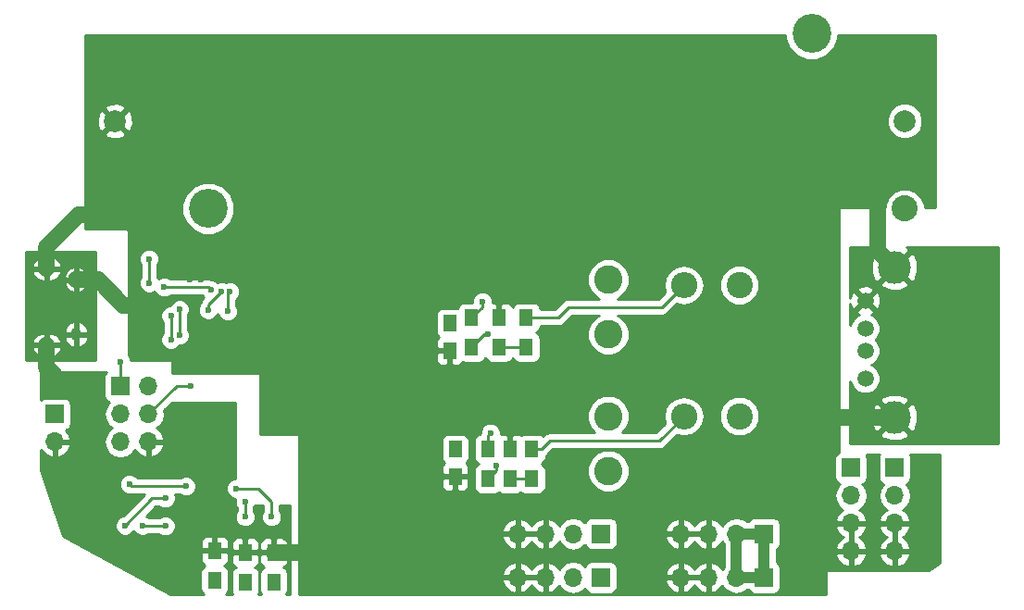
<source format=gbr>
G04 #@! TF.FileFunction,Copper,L2,Bot,Signal*
%FSLAX46Y46*%
G04 Gerber Fmt 4.6, Leading zero omitted, Abs format (unit mm)*
G04 Created by KiCad (PCBNEW 4.0.7) date 11/28/17 11:27:44*
%MOMM*%
%LPD*%
G01*
G04 APERTURE LIST*
%ADD10C,0.100000*%
%ADD11R,1.250000X1.500000*%
%ADD12R,1.700000X1.700000*%
%ADD13O,1.700000X1.700000*%
%ADD14O,0.950000X1.250000*%
%ADD15O,1.550000X1.000000*%
%ADD16C,1.500000*%
%ADD17C,3.000000*%
%ADD18C,2.600000*%
%ADD19C,2.400000*%
%ADD20O,2.400000X2.400000*%
%ADD21R,1.300000X1.500000*%
%ADD22C,2.000000*%
%ADD23C,3.550000*%
%ADD24C,2.390000*%
%ADD25C,0.600000*%
%ADD26C,1.500000*%
%ADD27C,1.000000*%
%ADD28C,0.250000*%
%ADD29C,0.254000*%
G04 APERTURE END LIST*
D10*
D11*
X125500000Y-72500000D03*
X125500000Y-75000000D03*
X126000000Y-84000000D03*
X126000000Y-86500000D03*
D12*
X154250000Y-95750000D03*
D13*
X151710000Y-95750000D03*
X149170000Y-95750000D03*
X146630000Y-95750000D03*
D12*
X89400000Y-80800000D03*
D13*
X89400000Y-83340000D03*
D14*
X91350000Y-68500000D03*
X91350000Y-73500000D03*
D15*
X88650000Y-67500000D03*
X88650000Y-74500000D03*
D16*
X163500000Y-70430000D03*
X163500000Y-72970000D03*
X163500000Y-75000000D03*
X163500000Y-77540000D03*
D17*
X166170000Y-67380000D03*
X166170000Y-81100000D03*
D18*
X140000000Y-73500000D03*
X140000000Y-68500000D03*
X140000000Y-81000000D03*
X140000000Y-86000000D03*
D19*
X152000000Y-69000000D03*
D20*
X146920000Y-69000000D03*
D19*
X152000000Y-81000000D03*
D20*
X146920000Y-81000000D03*
D21*
X130000000Y-74700000D03*
X130000000Y-72000000D03*
X132500000Y-72000000D03*
X132500000Y-74700000D03*
X127500000Y-72000000D03*
X127500000Y-74700000D03*
X129000000Y-84000000D03*
X129000000Y-86700000D03*
X133000000Y-84000000D03*
X133000000Y-86700000D03*
X131000000Y-86700000D03*
X131000000Y-84000000D03*
X104000000Y-96000000D03*
X104000000Y-93300000D03*
X109400000Y-96150000D03*
X109400000Y-93450000D03*
X106800000Y-96150000D03*
X106800000Y-93450000D03*
D22*
X167110000Y-54000000D03*
X94890000Y-54000000D03*
D23*
X158600000Y-46000000D03*
X103400000Y-62000000D03*
D24*
X167110000Y-62000000D03*
D25*
X102250000Y-68000000D03*
X102750000Y-67500000D03*
X102750000Y-68500000D03*
X101750000Y-68500000D03*
X101750000Y-67500000D03*
D12*
X154250000Y-91750000D03*
D13*
X151710000Y-91750000D03*
X149170000Y-91750000D03*
X146630000Y-91750000D03*
D12*
X166200000Y-85720000D03*
D13*
X166200000Y-88260000D03*
X166200000Y-90800000D03*
X166200000Y-93340000D03*
D12*
X162200000Y-85720000D03*
D13*
X162200000Y-88260000D03*
X162200000Y-90800000D03*
X162200000Y-93340000D03*
D12*
X139330000Y-95750000D03*
D13*
X136790000Y-95750000D03*
X134250000Y-95750000D03*
X131710000Y-95750000D03*
D12*
X139330000Y-91750000D03*
D13*
X136790000Y-91750000D03*
X134250000Y-91750000D03*
X131710000Y-91750000D03*
D12*
X95400000Y-78260000D03*
D13*
X97940000Y-78260000D03*
X95400000Y-80800000D03*
X97940000Y-80800000D03*
X95400000Y-83340000D03*
X97940000Y-83340000D03*
D25*
X89600000Y-72300000D03*
X131000000Y-84000000D03*
X126000000Y-86500000D03*
X123500000Y-84500000D03*
X123500000Y-88750000D03*
X123500000Y-86700000D03*
X157200000Y-86000000D03*
X156200000Y-87000000D03*
X154700000Y-87000000D03*
X158500000Y-84700000D03*
X157200000Y-73000000D03*
X155700000Y-74500000D03*
X156500000Y-73700000D03*
X158500000Y-71700000D03*
X154200000Y-75000000D03*
X126750000Y-96750000D03*
X126750000Y-90750000D03*
X125300000Y-93750000D03*
X124150000Y-93750000D03*
X112250000Y-86400000D03*
X94100000Y-92305000D03*
X106150000Y-75350000D03*
X130000000Y-72000000D03*
X127800000Y-76400000D03*
X123500000Y-74500000D03*
X125500000Y-72500000D03*
X126032950Y-84125010D03*
X104000000Y-96000000D03*
X101800000Y-78200000D03*
X109400000Y-96150000D03*
X106800000Y-96150000D03*
X95400000Y-76000000D03*
X98000000Y-68800000D03*
X98000000Y-66600000D03*
X99500000Y-91035000D03*
X97400000Y-91000000D03*
X99500000Y-88495000D03*
X95800000Y-91000000D03*
X96200000Y-87200000D03*
X101400000Y-87400000D03*
X103675026Y-69449977D03*
X99400000Y-69200000D03*
X129000000Y-73500000D03*
X129750000Y-85500000D03*
X130000000Y-74700000D03*
X128500000Y-70500000D03*
X129215550Y-82534450D03*
X131000000Y-86700000D03*
X105401221Y-69600005D03*
X105200000Y-71400000D03*
X103411948Y-71292874D03*
X104601218Y-69596410D03*
X106000000Y-87599988D03*
X100000000Y-74000000D03*
X100000000Y-71800000D03*
X109200000Y-90200000D03*
X100800000Y-73600000D03*
X100800000Y-71200000D03*
X106800000Y-88800000D03*
X106800000Y-90200000D03*
D26*
X163998680Y-81150000D02*
X159150000Y-81150000D01*
X166170000Y-81100000D02*
X164048680Y-81100000D01*
X164048680Y-81100000D02*
X163998680Y-81150000D01*
X166170000Y-67380000D02*
X164670001Y-65880001D01*
X164670001Y-65880001D02*
X164670001Y-59229999D01*
X111550000Y-93450000D02*
X112850000Y-93450000D01*
X109400000Y-93450000D02*
X111550000Y-93450000D01*
X91600000Y-62550000D02*
X93900000Y-62550000D01*
X88650000Y-67500000D02*
X88650000Y-65500000D01*
X88650000Y-65500000D02*
X91600000Y-62550000D01*
X95675000Y-70850000D02*
X97200000Y-70850000D01*
X91350000Y-68500000D02*
X93325000Y-68500000D01*
X93325000Y-68500000D02*
X95675000Y-70850000D01*
X89300000Y-77150000D02*
X89300000Y-78000000D01*
X88650000Y-74500000D02*
X88650000Y-76500000D01*
X88650000Y-76500000D02*
X89300000Y-77150000D01*
D27*
X154250000Y-95750000D02*
X154250000Y-91750000D01*
X151710000Y-95750000D02*
X154250000Y-95750000D01*
X151710000Y-91750000D02*
X151710000Y-95750000D01*
X154250000Y-91750000D02*
X151710000Y-91750000D01*
D28*
X101800000Y-78200000D02*
X100540000Y-78200000D01*
X100540000Y-78200000D02*
X97940000Y-80800000D01*
X95400000Y-76000000D02*
X95400000Y-78260000D01*
X98000000Y-66600000D02*
X98000000Y-68800000D01*
X97400000Y-91000000D02*
X99465000Y-91000000D01*
X99465000Y-91000000D02*
X99500000Y-91035000D01*
X95800000Y-91000000D02*
X98305000Y-88495000D01*
X98305000Y-88495000D02*
X99500000Y-88495000D01*
X101400000Y-87400000D02*
X96400000Y-87400000D01*
X96400000Y-87400000D02*
X96200000Y-87200000D01*
X103425049Y-69200000D02*
X103675026Y-69449977D01*
X99400000Y-69200000D02*
X103425049Y-69200000D01*
X129000000Y-73500000D02*
X128700000Y-73500000D01*
X128700000Y-73500000D02*
X127500000Y-74700000D01*
X129750000Y-85500000D02*
X129750000Y-85950000D01*
X129750000Y-85950000D02*
X129000000Y-86700000D01*
X130000000Y-74700000D02*
X132500000Y-74700000D01*
X128500000Y-70500000D02*
X128500000Y-71000000D01*
X128500000Y-71000000D02*
X127500000Y-72000000D01*
X129000000Y-82750000D02*
X129215550Y-82534450D01*
X129000000Y-84000000D02*
X129000000Y-82750000D01*
X131000000Y-86700000D02*
X133000000Y-86700000D01*
X105200000Y-71400000D02*
X105200000Y-69801226D01*
X105200000Y-69801226D02*
X105401221Y-69600005D01*
X103411948Y-70868610D02*
X103411948Y-71292874D01*
X103411948Y-70785680D02*
X103411948Y-70868610D01*
X104601218Y-69596410D02*
X103411948Y-70785680D01*
X136400000Y-71000000D02*
X144920000Y-71000000D01*
X144920000Y-71000000D02*
X146920000Y-69000000D01*
X135400000Y-72000000D02*
X136400000Y-71000000D01*
X132500000Y-72000000D02*
X135400000Y-72000000D01*
X134650000Y-83250000D02*
X144670000Y-83250000D01*
X144670000Y-83250000D02*
X146920000Y-81000000D01*
X133000000Y-84000000D02*
X133900000Y-84000000D01*
X133900000Y-84000000D02*
X134650000Y-83250000D01*
X106424264Y-87599988D02*
X106000000Y-87599988D01*
X109200000Y-88800000D02*
X107999988Y-87599988D01*
X107999988Y-87599988D02*
X106424264Y-87599988D01*
X109200000Y-90200000D02*
X109200000Y-88800000D01*
X100000000Y-71800000D02*
X100000000Y-74000000D01*
X100800000Y-71200000D02*
X100800000Y-73600000D01*
X106800000Y-90200000D02*
X106800000Y-88800000D01*
D29*
G36*
X164995418Y-65547261D02*
X164835635Y-65866030D01*
X166170000Y-67200395D01*
X167504365Y-65866030D01*
X167344582Y-65547261D01*
X167292896Y-65527000D01*
X175673000Y-65527000D01*
X175673000Y-83473000D01*
X162127000Y-83473000D01*
X162127000Y-82613970D01*
X164835635Y-82613970D01*
X164995418Y-82932739D01*
X165786187Y-83242723D01*
X166635387Y-83226497D01*
X167344582Y-82932739D01*
X167504365Y-82613970D01*
X166170000Y-81279605D01*
X164835635Y-82613970D01*
X162127000Y-82613970D01*
X162127000Y-80716187D01*
X164027277Y-80716187D01*
X164043503Y-81565387D01*
X164337261Y-82274582D01*
X164656030Y-82434365D01*
X165990395Y-81100000D01*
X166349605Y-81100000D01*
X167683970Y-82434365D01*
X168002739Y-82274582D01*
X168312723Y-81483813D01*
X168296497Y-80634613D01*
X168002739Y-79925418D01*
X167683970Y-79765635D01*
X166349605Y-81100000D01*
X165990395Y-81100000D01*
X164656030Y-79765635D01*
X164337261Y-79925418D01*
X164027277Y-80716187D01*
X162127000Y-80716187D01*
X162127000Y-79586030D01*
X164835635Y-79586030D01*
X166170000Y-80920395D01*
X167504365Y-79586030D01*
X167344582Y-79267261D01*
X166553813Y-78957277D01*
X165704613Y-78973503D01*
X164995418Y-79267261D01*
X164835635Y-79586030D01*
X162127000Y-79586030D01*
X162127000Y-77843908D01*
X162325169Y-78323515D01*
X162714436Y-78713461D01*
X163223298Y-78924759D01*
X163774285Y-78925240D01*
X164283515Y-78714831D01*
X164673461Y-78325564D01*
X164884759Y-77816702D01*
X164885240Y-77265715D01*
X164674831Y-76756485D01*
X164285564Y-76366539D01*
X164053130Y-76270024D01*
X164283515Y-76174831D01*
X164673461Y-75785564D01*
X164884759Y-75276702D01*
X164885240Y-74725715D01*
X164674831Y-74216485D01*
X164443687Y-73984938D01*
X164673461Y-73755564D01*
X164884759Y-73246702D01*
X164885240Y-72695715D01*
X164674831Y-72186485D01*
X164285564Y-71796539D01*
X164069021Y-71706623D01*
X164223923Y-71642460D01*
X164291912Y-71401517D01*
X163500000Y-70609605D01*
X162708088Y-71401517D01*
X162776077Y-71642460D01*
X162942621Y-71701732D01*
X162716485Y-71795169D01*
X162326539Y-72184436D01*
X162127000Y-72664979D01*
X162127000Y-70701280D01*
X162130770Y-70775448D01*
X162287540Y-71153923D01*
X162528483Y-71221912D01*
X163320395Y-70430000D01*
X163679605Y-70430000D01*
X164471517Y-71221912D01*
X164712460Y-71153923D01*
X164897201Y-70634829D01*
X164869230Y-70084552D01*
X164712460Y-69706077D01*
X164471517Y-69638088D01*
X163679605Y-70430000D01*
X163320395Y-70430000D01*
X162528483Y-69638088D01*
X162287540Y-69706077D01*
X162127000Y-70157170D01*
X162127000Y-69458483D01*
X162708088Y-69458483D01*
X163500000Y-70250395D01*
X164291912Y-69458483D01*
X164223923Y-69217540D01*
X163704829Y-69032799D01*
X163154552Y-69060770D01*
X162776077Y-69217540D01*
X162708088Y-69458483D01*
X162127000Y-69458483D01*
X162127000Y-68893970D01*
X164835635Y-68893970D01*
X164995418Y-69212739D01*
X165786187Y-69522723D01*
X166635387Y-69506497D01*
X167344582Y-69212739D01*
X167504365Y-68893970D01*
X166170000Y-67559605D01*
X164835635Y-68893970D01*
X162127000Y-68893970D01*
X162127000Y-66996187D01*
X164027277Y-66996187D01*
X164043503Y-67845387D01*
X164337261Y-68554582D01*
X164656030Y-68714365D01*
X165990395Y-67380000D01*
X166349605Y-67380000D01*
X167683970Y-68714365D01*
X168002739Y-68554582D01*
X168312723Y-67763813D01*
X168296497Y-66914613D01*
X168002739Y-66205418D01*
X167683970Y-66045635D01*
X166349605Y-67380000D01*
X165990395Y-67380000D01*
X164656030Y-66045635D01*
X164337261Y-66205418D01*
X164027277Y-66996187D01*
X162127000Y-66996187D01*
X162127000Y-65527000D01*
X165044332Y-65527000D01*
X164995418Y-65547261D01*
X164995418Y-65547261D01*
G37*
X164995418Y-65547261D02*
X164835635Y-65866030D01*
X166170000Y-67200395D01*
X167504365Y-65866030D01*
X167344582Y-65547261D01*
X167292896Y-65527000D01*
X175673000Y-65527000D01*
X175673000Y-83473000D01*
X162127000Y-83473000D01*
X162127000Y-82613970D01*
X164835635Y-82613970D01*
X164995418Y-82932739D01*
X165786187Y-83242723D01*
X166635387Y-83226497D01*
X167344582Y-82932739D01*
X167504365Y-82613970D01*
X166170000Y-81279605D01*
X164835635Y-82613970D01*
X162127000Y-82613970D01*
X162127000Y-80716187D01*
X164027277Y-80716187D01*
X164043503Y-81565387D01*
X164337261Y-82274582D01*
X164656030Y-82434365D01*
X165990395Y-81100000D01*
X166349605Y-81100000D01*
X167683970Y-82434365D01*
X168002739Y-82274582D01*
X168312723Y-81483813D01*
X168296497Y-80634613D01*
X168002739Y-79925418D01*
X167683970Y-79765635D01*
X166349605Y-81100000D01*
X165990395Y-81100000D01*
X164656030Y-79765635D01*
X164337261Y-79925418D01*
X164027277Y-80716187D01*
X162127000Y-80716187D01*
X162127000Y-79586030D01*
X164835635Y-79586030D01*
X166170000Y-80920395D01*
X167504365Y-79586030D01*
X167344582Y-79267261D01*
X166553813Y-78957277D01*
X165704613Y-78973503D01*
X164995418Y-79267261D01*
X164835635Y-79586030D01*
X162127000Y-79586030D01*
X162127000Y-77843908D01*
X162325169Y-78323515D01*
X162714436Y-78713461D01*
X163223298Y-78924759D01*
X163774285Y-78925240D01*
X164283515Y-78714831D01*
X164673461Y-78325564D01*
X164884759Y-77816702D01*
X164885240Y-77265715D01*
X164674831Y-76756485D01*
X164285564Y-76366539D01*
X164053130Y-76270024D01*
X164283515Y-76174831D01*
X164673461Y-75785564D01*
X164884759Y-75276702D01*
X164885240Y-74725715D01*
X164674831Y-74216485D01*
X164443687Y-73984938D01*
X164673461Y-73755564D01*
X164884759Y-73246702D01*
X164885240Y-72695715D01*
X164674831Y-72186485D01*
X164285564Y-71796539D01*
X164069021Y-71706623D01*
X164223923Y-71642460D01*
X164291912Y-71401517D01*
X163500000Y-70609605D01*
X162708088Y-71401517D01*
X162776077Y-71642460D01*
X162942621Y-71701732D01*
X162716485Y-71795169D01*
X162326539Y-72184436D01*
X162127000Y-72664979D01*
X162127000Y-70701280D01*
X162130770Y-70775448D01*
X162287540Y-71153923D01*
X162528483Y-71221912D01*
X163320395Y-70430000D01*
X163679605Y-70430000D01*
X164471517Y-71221912D01*
X164712460Y-71153923D01*
X164897201Y-70634829D01*
X164869230Y-70084552D01*
X164712460Y-69706077D01*
X164471517Y-69638088D01*
X163679605Y-70430000D01*
X163320395Y-70430000D01*
X162528483Y-69638088D01*
X162287540Y-69706077D01*
X162127000Y-70157170D01*
X162127000Y-69458483D01*
X162708088Y-69458483D01*
X163500000Y-70250395D01*
X164291912Y-69458483D01*
X164223923Y-69217540D01*
X163704829Y-69032799D01*
X163154552Y-69060770D01*
X162776077Y-69217540D01*
X162708088Y-69458483D01*
X162127000Y-69458483D01*
X162127000Y-68893970D01*
X164835635Y-68893970D01*
X164995418Y-69212739D01*
X165786187Y-69522723D01*
X166635387Y-69506497D01*
X167344582Y-69212739D01*
X167504365Y-68893970D01*
X166170000Y-67559605D01*
X164835635Y-68893970D01*
X162127000Y-68893970D01*
X162127000Y-66996187D01*
X164027277Y-66996187D01*
X164043503Y-67845387D01*
X164337261Y-68554582D01*
X164656030Y-68714365D01*
X165990395Y-67380000D01*
X166349605Y-67380000D01*
X167683970Y-68714365D01*
X168002739Y-68554582D01*
X168312723Y-67763813D01*
X168296497Y-66914613D01*
X168002739Y-66205418D01*
X167683970Y-66045635D01*
X166349605Y-67380000D01*
X165990395Y-67380000D01*
X164656030Y-66045635D01*
X164337261Y-66205418D01*
X164027277Y-66996187D01*
X162127000Y-66996187D01*
X162127000Y-65527000D01*
X165044332Y-65527000D01*
X164995418Y-65547261D01*
G36*
X93073000Y-75873000D02*
X86735000Y-75873000D01*
X86735000Y-74801874D01*
X87280881Y-74801874D01*
X87482632Y-75212763D01*
X87823322Y-75500002D01*
X88248000Y-75635000D01*
X88523000Y-75635000D01*
X88523000Y-74627000D01*
X88777000Y-74627000D01*
X88777000Y-75635000D01*
X89052000Y-75635000D01*
X89476678Y-75500002D01*
X89817368Y-75212763D01*
X90019119Y-74801874D01*
X89892954Y-74627000D01*
X88777000Y-74627000D01*
X88523000Y-74627000D01*
X87407046Y-74627000D01*
X87280881Y-74801874D01*
X86735000Y-74801874D01*
X86735000Y-74198126D01*
X87280881Y-74198126D01*
X87407046Y-74373000D01*
X88523000Y-74373000D01*
X88523000Y-73365000D01*
X88777000Y-73365000D01*
X88777000Y-74373000D01*
X89892954Y-74373000D01*
X90019119Y-74198126D01*
X89824191Y-73801131D01*
X90248771Y-73801131D01*
X90390432Y-74211049D01*
X90678179Y-74535552D01*
X91052062Y-74719268D01*
X91223000Y-74592734D01*
X91223000Y-73627000D01*
X91477000Y-73627000D01*
X91477000Y-74592734D01*
X91647938Y-74719268D01*
X92021821Y-74535552D01*
X92309568Y-74211049D01*
X92451229Y-73801131D01*
X92302563Y-73627000D01*
X91477000Y-73627000D01*
X91223000Y-73627000D01*
X90397437Y-73627000D01*
X90248771Y-73801131D01*
X89824191Y-73801131D01*
X89817368Y-73787237D01*
X89476678Y-73499998D01*
X89052000Y-73365000D01*
X88777000Y-73365000D01*
X88523000Y-73365000D01*
X88248000Y-73365000D01*
X87823322Y-73499998D01*
X87482632Y-73787237D01*
X87280881Y-74198126D01*
X86735000Y-74198126D01*
X86735000Y-73198869D01*
X90248771Y-73198869D01*
X90397437Y-73373000D01*
X91223000Y-73373000D01*
X91223000Y-72407266D01*
X91477000Y-72407266D01*
X91477000Y-73373000D01*
X92302563Y-73373000D01*
X92451229Y-73198869D01*
X92309568Y-72788951D01*
X92021821Y-72464448D01*
X91647938Y-72280732D01*
X91477000Y-72407266D01*
X91223000Y-72407266D01*
X91052062Y-72280732D01*
X90678179Y-72464448D01*
X90390432Y-72788951D01*
X90248771Y-73198869D01*
X86735000Y-73198869D01*
X86735000Y-68801131D01*
X90248771Y-68801131D01*
X90390432Y-69211049D01*
X90678179Y-69535552D01*
X91052062Y-69719268D01*
X91223000Y-69592734D01*
X91223000Y-68627000D01*
X91477000Y-68627000D01*
X91477000Y-69592734D01*
X91647938Y-69719268D01*
X92021821Y-69535552D01*
X92309568Y-69211049D01*
X92451229Y-68801131D01*
X92302563Y-68627000D01*
X91477000Y-68627000D01*
X91223000Y-68627000D01*
X90397437Y-68627000D01*
X90248771Y-68801131D01*
X86735000Y-68801131D01*
X86735000Y-67801874D01*
X87280881Y-67801874D01*
X87482632Y-68212763D01*
X87823322Y-68500002D01*
X88248000Y-68635000D01*
X88523000Y-68635000D01*
X88523000Y-67627000D01*
X88777000Y-67627000D01*
X88777000Y-68635000D01*
X89052000Y-68635000D01*
X89476678Y-68500002D01*
X89817368Y-68212763D01*
X89824190Y-68198869D01*
X90248771Y-68198869D01*
X90397437Y-68373000D01*
X91223000Y-68373000D01*
X91223000Y-67407266D01*
X91477000Y-67407266D01*
X91477000Y-68373000D01*
X92302563Y-68373000D01*
X92451229Y-68198869D01*
X92309568Y-67788951D01*
X92021821Y-67464448D01*
X91647938Y-67280732D01*
X91477000Y-67407266D01*
X91223000Y-67407266D01*
X91052062Y-67280732D01*
X90678179Y-67464448D01*
X90390432Y-67788951D01*
X90248771Y-68198869D01*
X89824190Y-68198869D01*
X90019119Y-67801874D01*
X89892954Y-67627000D01*
X88777000Y-67627000D01*
X88523000Y-67627000D01*
X87407046Y-67627000D01*
X87280881Y-67801874D01*
X86735000Y-67801874D01*
X86735000Y-67198126D01*
X87280881Y-67198126D01*
X87407046Y-67373000D01*
X88523000Y-67373000D01*
X88523000Y-66365000D01*
X88777000Y-66365000D01*
X88777000Y-67373000D01*
X89892954Y-67373000D01*
X90019119Y-67198126D01*
X89817368Y-66787237D01*
X89476678Y-66499998D01*
X89052000Y-66365000D01*
X88777000Y-66365000D01*
X88523000Y-66365000D01*
X88248000Y-66365000D01*
X87823322Y-66499998D01*
X87482632Y-66787237D01*
X87280881Y-67198126D01*
X86735000Y-67198126D01*
X86735000Y-65927000D01*
X93073000Y-65927000D01*
X93073000Y-75873000D01*
X93073000Y-75873000D01*
G37*
X93073000Y-75873000D02*
X86735000Y-75873000D01*
X86735000Y-74801874D01*
X87280881Y-74801874D01*
X87482632Y-75212763D01*
X87823322Y-75500002D01*
X88248000Y-75635000D01*
X88523000Y-75635000D01*
X88523000Y-74627000D01*
X88777000Y-74627000D01*
X88777000Y-75635000D01*
X89052000Y-75635000D01*
X89476678Y-75500002D01*
X89817368Y-75212763D01*
X90019119Y-74801874D01*
X89892954Y-74627000D01*
X88777000Y-74627000D01*
X88523000Y-74627000D01*
X87407046Y-74627000D01*
X87280881Y-74801874D01*
X86735000Y-74801874D01*
X86735000Y-74198126D01*
X87280881Y-74198126D01*
X87407046Y-74373000D01*
X88523000Y-74373000D01*
X88523000Y-73365000D01*
X88777000Y-73365000D01*
X88777000Y-74373000D01*
X89892954Y-74373000D01*
X90019119Y-74198126D01*
X89824191Y-73801131D01*
X90248771Y-73801131D01*
X90390432Y-74211049D01*
X90678179Y-74535552D01*
X91052062Y-74719268D01*
X91223000Y-74592734D01*
X91223000Y-73627000D01*
X91477000Y-73627000D01*
X91477000Y-74592734D01*
X91647938Y-74719268D01*
X92021821Y-74535552D01*
X92309568Y-74211049D01*
X92451229Y-73801131D01*
X92302563Y-73627000D01*
X91477000Y-73627000D01*
X91223000Y-73627000D01*
X90397437Y-73627000D01*
X90248771Y-73801131D01*
X89824191Y-73801131D01*
X89817368Y-73787237D01*
X89476678Y-73499998D01*
X89052000Y-73365000D01*
X88777000Y-73365000D01*
X88523000Y-73365000D01*
X88248000Y-73365000D01*
X87823322Y-73499998D01*
X87482632Y-73787237D01*
X87280881Y-74198126D01*
X86735000Y-74198126D01*
X86735000Y-73198869D01*
X90248771Y-73198869D01*
X90397437Y-73373000D01*
X91223000Y-73373000D01*
X91223000Y-72407266D01*
X91477000Y-72407266D01*
X91477000Y-73373000D01*
X92302563Y-73373000D01*
X92451229Y-73198869D01*
X92309568Y-72788951D01*
X92021821Y-72464448D01*
X91647938Y-72280732D01*
X91477000Y-72407266D01*
X91223000Y-72407266D01*
X91052062Y-72280732D01*
X90678179Y-72464448D01*
X90390432Y-72788951D01*
X90248771Y-73198869D01*
X86735000Y-73198869D01*
X86735000Y-68801131D01*
X90248771Y-68801131D01*
X90390432Y-69211049D01*
X90678179Y-69535552D01*
X91052062Y-69719268D01*
X91223000Y-69592734D01*
X91223000Y-68627000D01*
X91477000Y-68627000D01*
X91477000Y-69592734D01*
X91647938Y-69719268D01*
X92021821Y-69535552D01*
X92309568Y-69211049D01*
X92451229Y-68801131D01*
X92302563Y-68627000D01*
X91477000Y-68627000D01*
X91223000Y-68627000D01*
X90397437Y-68627000D01*
X90248771Y-68801131D01*
X86735000Y-68801131D01*
X86735000Y-67801874D01*
X87280881Y-67801874D01*
X87482632Y-68212763D01*
X87823322Y-68500002D01*
X88248000Y-68635000D01*
X88523000Y-68635000D01*
X88523000Y-67627000D01*
X88777000Y-67627000D01*
X88777000Y-68635000D01*
X89052000Y-68635000D01*
X89476678Y-68500002D01*
X89817368Y-68212763D01*
X89824190Y-68198869D01*
X90248771Y-68198869D01*
X90397437Y-68373000D01*
X91223000Y-68373000D01*
X91223000Y-67407266D01*
X91477000Y-67407266D01*
X91477000Y-68373000D01*
X92302563Y-68373000D01*
X92451229Y-68198869D01*
X92309568Y-67788951D01*
X92021821Y-67464448D01*
X91647938Y-67280732D01*
X91477000Y-67407266D01*
X91223000Y-67407266D01*
X91052062Y-67280732D01*
X90678179Y-67464448D01*
X90390432Y-67788951D01*
X90248771Y-68198869D01*
X89824190Y-68198869D01*
X90019119Y-67801874D01*
X89892954Y-67627000D01*
X88777000Y-67627000D01*
X88523000Y-67627000D01*
X87407046Y-67627000D01*
X87280881Y-67801874D01*
X86735000Y-67801874D01*
X86735000Y-67198126D01*
X87280881Y-67198126D01*
X87407046Y-67373000D01*
X88523000Y-67373000D01*
X88523000Y-66365000D01*
X88777000Y-66365000D01*
X88777000Y-67373000D01*
X89892954Y-67373000D01*
X90019119Y-67198126D01*
X89817368Y-66787237D01*
X89476678Y-66499998D01*
X89052000Y-66365000D01*
X88777000Y-66365000D01*
X88523000Y-66365000D01*
X88248000Y-66365000D01*
X87823322Y-66499998D01*
X87482632Y-66787237D01*
X87280881Y-67198126D01*
X86735000Y-67198126D01*
X86735000Y-65927000D01*
X93073000Y-65927000D01*
X93073000Y-75873000D01*
G36*
X156189582Y-46477276D02*
X156555710Y-47363372D01*
X157233062Y-48041908D01*
X158118518Y-48409581D01*
X159077276Y-48410418D01*
X159963372Y-48044290D01*
X160641908Y-47366938D01*
X161009581Y-46481482D01*
X161009890Y-46127000D01*
X169873000Y-46127000D01*
X169873000Y-61873000D01*
X168940112Y-61873000D01*
X168940317Y-61637587D01*
X168662303Y-60964742D01*
X168147965Y-60449506D01*
X167475607Y-60170318D01*
X166747587Y-60169683D01*
X166074742Y-60447697D01*
X165559506Y-60962035D01*
X165280318Y-61634393D01*
X165280110Y-61873000D01*
X161200000Y-61873000D01*
X161150590Y-61883006D01*
X161108965Y-61911447D01*
X161081685Y-61953841D01*
X161073000Y-62000000D01*
X161073000Y-84293660D01*
X160898559Y-84405910D01*
X160753569Y-84618110D01*
X160702560Y-84870000D01*
X160702560Y-86570000D01*
X160746838Y-86805317D01*
X160885910Y-87021441D01*
X161098110Y-87166431D01*
X161165541Y-87180086D01*
X161120853Y-87209946D01*
X160798946Y-87691715D01*
X160685907Y-88260000D01*
X160798946Y-88828285D01*
X161120853Y-89310054D01*
X161461553Y-89537702D01*
X161318642Y-89604817D01*
X160928355Y-90033076D01*
X160758524Y-90443110D01*
X160879845Y-90673000D01*
X162073000Y-90673000D01*
X162073000Y-90653000D01*
X162327000Y-90653000D01*
X162327000Y-90673000D01*
X163520155Y-90673000D01*
X163641476Y-90443110D01*
X163471645Y-90033076D01*
X163081358Y-89604817D01*
X162938447Y-89537702D01*
X163279147Y-89310054D01*
X163601054Y-88828285D01*
X163714093Y-88260000D01*
X163601054Y-87691715D01*
X163279147Y-87209946D01*
X163237548Y-87182150D01*
X163285317Y-87173162D01*
X163501441Y-87034090D01*
X163646431Y-86821890D01*
X163697440Y-86570000D01*
X163697440Y-84870000D01*
X163653162Y-84634683D01*
X163583870Y-84527000D01*
X164815822Y-84527000D01*
X164753569Y-84618110D01*
X164702560Y-84870000D01*
X164702560Y-86570000D01*
X164746838Y-86805317D01*
X164885910Y-87021441D01*
X165098110Y-87166431D01*
X165165541Y-87180086D01*
X165120853Y-87209946D01*
X164798946Y-87691715D01*
X164685907Y-88260000D01*
X164798946Y-88828285D01*
X165120853Y-89310054D01*
X165461553Y-89537702D01*
X165318642Y-89604817D01*
X164928355Y-90033076D01*
X164758524Y-90443110D01*
X164879845Y-90673000D01*
X166073000Y-90673000D01*
X166073000Y-90653000D01*
X166327000Y-90653000D01*
X166327000Y-90673000D01*
X167520155Y-90673000D01*
X167641476Y-90443110D01*
X167471645Y-90033076D01*
X167081358Y-89604817D01*
X166938447Y-89537702D01*
X167279147Y-89310054D01*
X167601054Y-88828285D01*
X167714093Y-88260000D01*
X167601054Y-87691715D01*
X167279147Y-87209946D01*
X167237548Y-87182150D01*
X167285317Y-87173162D01*
X167501441Y-87034090D01*
X167646431Y-86821890D01*
X167697440Y-86570000D01*
X167697440Y-84870000D01*
X167653162Y-84634683D01*
X167583870Y-84527000D01*
X170273000Y-84527000D01*
X170273000Y-94436397D01*
X169320256Y-95073000D01*
X160000000Y-95073000D01*
X159950590Y-95083006D01*
X159908965Y-95111447D01*
X159881685Y-95153841D01*
X159873000Y-95200000D01*
X159873000Y-97265000D01*
X111727000Y-97265000D01*
X111727000Y-96106892D01*
X130268514Y-96106892D01*
X130514817Y-96631358D01*
X130943076Y-97021645D01*
X131353110Y-97191476D01*
X131583000Y-97070155D01*
X131583000Y-95877000D01*
X131837000Y-95877000D01*
X131837000Y-97070155D01*
X132066890Y-97191476D01*
X132476924Y-97021645D01*
X132905183Y-96631358D01*
X132980000Y-96472046D01*
X133054817Y-96631358D01*
X133483076Y-97021645D01*
X133893110Y-97191476D01*
X134123000Y-97070155D01*
X134123000Y-95877000D01*
X131837000Y-95877000D01*
X131583000Y-95877000D01*
X130389181Y-95877000D01*
X130268514Y-96106892D01*
X111727000Y-96106892D01*
X111727000Y-95393108D01*
X130268514Y-95393108D01*
X130389181Y-95623000D01*
X131583000Y-95623000D01*
X131583000Y-94429845D01*
X131837000Y-94429845D01*
X131837000Y-95623000D01*
X134123000Y-95623000D01*
X134123000Y-94429845D01*
X134377000Y-94429845D01*
X134377000Y-95623000D01*
X134397000Y-95623000D01*
X134397000Y-95877000D01*
X134377000Y-95877000D01*
X134377000Y-97070155D01*
X134606890Y-97191476D01*
X135016924Y-97021645D01*
X135445183Y-96631358D01*
X135512298Y-96488447D01*
X135739946Y-96829147D01*
X136221715Y-97151054D01*
X136790000Y-97264093D01*
X137358285Y-97151054D01*
X137840054Y-96829147D01*
X137867850Y-96787548D01*
X137876838Y-96835317D01*
X138015910Y-97051441D01*
X138228110Y-97196431D01*
X138480000Y-97247440D01*
X140180000Y-97247440D01*
X140415317Y-97203162D01*
X140631441Y-97064090D01*
X140776431Y-96851890D01*
X140827440Y-96600000D01*
X140827440Y-96106892D01*
X145188514Y-96106892D01*
X145434817Y-96631358D01*
X145863076Y-97021645D01*
X146273110Y-97191476D01*
X146503000Y-97070155D01*
X146503000Y-95877000D01*
X146757000Y-95877000D01*
X146757000Y-97070155D01*
X146986890Y-97191476D01*
X147396924Y-97021645D01*
X147825183Y-96631358D01*
X147900000Y-96472046D01*
X147974817Y-96631358D01*
X148403076Y-97021645D01*
X148813110Y-97191476D01*
X149043000Y-97070155D01*
X149043000Y-95877000D01*
X146757000Y-95877000D01*
X146503000Y-95877000D01*
X145309181Y-95877000D01*
X145188514Y-96106892D01*
X140827440Y-96106892D01*
X140827440Y-95393108D01*
X145188514Y-95393108D01*
X145309181Y-95623000D01*
X146503000Y-95623000D01*
X146503000Y-94429845D01*
X146757000Y-94429845D01*
X146757000Y-95623000D01*
X149043000Y-95623000D01*
X149043000Y-94429845D01*
X148813110Y-94308524D01*
X148403076Y-94478355D01*
X147974817Y-94868642D01*
X147900000Y-95027954D01*
X147825183Y-94868642D01*
X147396924Y-94478355D01*
X146986890Y-94308524D01*
X146757000Y-94429845D01*
X146503000Y-94429845D01*
X146273110Y-94308524D01*
X145863076Y-94478355D01*
X145434817Y-94868642D01*
X145188514Y-95393108D01*
X140827440Y-95393108D01*
X140827440Y-94900000D01*
X140783162Y-94664683D01*
X140644090Y-94448559D01*
X140431890Y-94303569D01*
X140180000Y-94252560D01*
X138480000Y-94252560D01*
X138244683Y-94296838D01*
X138028559Y-94435910D01*
X137883569Y-94648110D01*
X137869914Y-94715541D01*
X137840054Y-94670853D01*
X137358285Y-94348946D01*
X136790000Y-94235907D01*
X136221715Y-94348946D01*
X135739946Y-94670853D01*
X135512298Y-95011553D01*
X135445183Y-94868642D01*
X135016924Y-94478355D01*
X134606890Y-94308524D01*
X134377000Y-94429845D01*
X134123000Y-94429845D01*
X133893110Y-94308524D01*
X133483076Y-94478355D01*
X133054817Y-94868642D01*
X132980000Y-95027954D01*
X132905183Y-94868642D01*
X132476924Y-94478355D01*
X132066890Y-94308524D01*
X131837000Y-94429845D01*
X131583000Y-94429845D01*
X131353110Y-94308524D01*
X130943076Y-94478355D01*
X130514817Y-94868642D01*
X130268514Y-95393108D01*
X111727000Y-95393108D01*
X111727000Y-92106892D01*
X130268514Y-92106892D01*
X130514817Y-92631358D01*
X130943076Y-93021645D01*
X131353110Y-93191476D01*
X131583000Y-93070155D01*
X131583000Y-91877000D01*
X131837000Y-91877000D01*
X131837000Y-93070155D01*
X132066890Y-93191476D01*
X132476924Y-93021645D01*
X132905183Y-92631358D01*
X132980000Y-92472046D01*
X133054817Y-92631358D01*
X133483076Y-93021645D01*
X133893110Y-93191476D01*
X134123000Y-93070155D01*
X134123000Y-91877000D01*
X131837000Y-91877000D01*
X131583000Y-91877000D01*
X130389181Y-91877000D01*
X130268514Y-92106892D01*
X111727000Y-92106892D01*
X111727000Y-91393108D01*
X130268514Y-91393108D01*
X130389181Y-91623000D01*
X131583000Y-91623000D01*
X131583000Y-90429845D01*
X131837000Y-90429845D01*
X131837000Y-91623000D01*
X134123000Y-91623000D01*
X134123000Y-90429845D01*
X134377000Y-90429845D01*
X134377000Y-91623000D01*
X134397000Y-91623000D01*
X134397000Y-91877000D01*
X134377000Y-91877000D01*
X134377000Y-93070155D01*
X134606890Y-93191476D01*
X135016924Y-93021645D01*
X135445183Y-92631358D01*
X135512298Y-92488447D01*
X135739946Y-92829147D01*
X136221715Y-93151054D01*
X136790000Y-93264093D01*
X137358285Y-93151054D01*
X137840054Y-92829147D01*
X137867850Y-92787548D01*
X137876838Y-92835317D01*
X138015910Y-93051441D01*
X138228110Y-93196431D01*
X138480000Y-93247440D01*
X140180000Y-93247440D01*
X140415317Y-93203162D01*
X140631441Y-93064090D01*
X140776431Y-92851890D01*
X140827440Y-92600000D01*
X140827440Y-92106892D01*
X145188514Y-92106892D01*
X145434817Y-92631358D01*
X145863076Y-93021645D01*
X146273110Y-93191476D01*
X146503000Y-93070155D01*
X146503000Y-91877000D01*
X146757000Y-91877000D01*
X146757000Y-93070155D01*
X146986890Y-93191476D01*
X147396924Y-93021645D01*
X147825183Y-92631358D01*
X147900000Y-92472046D01*
X147974817Y-92631358D01*
X148403076Y-93021645D01*
X148813110Y-93191476D01*
X149043000Y-93070155D01*
X149043000Y-91877000D01*
X146757000Y-91877000D01*
X146503000Y-91877000D01*
X145309181Y-91877000D01*
X145188514Y-92106892D01*
X140827440Y-92106892D01*
X140827440Y-91393108D01*
X145188514Y-91393108D01*
X145309181Y-91623000D01*
X146503000Y-91623000D01*
X146503000Y-90429845D01*
X146757000Y-90429845D01*
X146757000Y-91623000D01*
X149043000Y-91623000D01*
X149043000Y-90429845D01*
X149297000Y-90429845D01*
X149297000Y-91623000D01*
X149317000Y-91623000D01*
X149317000Y-91877000D01*
X149297000Y-91877000D01*
X149297000Y-93070155D01*
X149526890Y-93191476D01*
X149936924Y-93021645D01*
X150365183Y-92631358D01*
X150432298Y-92488447D01*
X150575000Y-92702016D01*
X150575000Y-94797984D01*
X150432298Y-95011553D01*
X150365183Y-94868642D01*
X149936924Y-94478355D01*
X149526890Y-94308524D01*
X149297000Y-94429845D01*
X149297000Y-95623000D01*
X149317000Y-95623000D01*
X149317000Y-95877000D01*
X149297000Y-95877000D01*
X149297000Y-97070155D01*
X149526890Y-97191476D01*
X149936924Y-97021645D01*
X150365183Y-96631358D01*
X150432298Y-96488447D01*
X150659946Y-96829147D01*
X151141715Y-97151054D01*
X151710000Y-97264093D01*
X152278285Y-97151054D01*
X152676464Y-96885000D01*
X152828808Y-96885000D01*
X152935910Y-97051441D01*
X153148110Y-97196431D01*
X153400000Y-97247440D01*
X155100000Y-97247440D01*
X155335317Y-97203162D01*
X155551441Y-97064090D01*
X155696431Y-96851890D01*
X155747440Y-96600000D01*
X155747440Y-94900000D01*
X155703162Y-94664683D01*
X155564090Y-94448559D01*
X155385000Y-94326192D01*
X155385000Y-93696890D01*
X160758524Y-93696890D01*
X160928355Y-94106924D01*
X161318642Y-94535183D01*
X161843108Y-94781486D01*
X162073000Y-94660819D01*
X162073000Y-93467000D01*
X162327000Y-93467000D01*
X162327000Y-94660819D01*
X162556892Y-94781486D01*
X163081358Y-94535183D01*
X163471645Y-94106924D01*
X163641476Y-93696890D01*
X164758524Y-93696890D01*
X164928355Y-94106924D01*
X165318642Y-94535183D01*
X165843108Y-94781486D01*
X166073000Y-94660819D01*
X166073000Y-93467000D01*
X166327000Y-93467000D01*
X166327000Y-94660819D01*
X166556892Y-94781486D01*
X167081358Y-94535183D01*
X167471645Y-94106924D01*
X167641476Y-93696890D01*
X167520155Y-93467000D01*
X166327000Y-93467000D01*
X166073000Y-93467000D01*
X164879845Y-93467000D01*
X164758524Y-93696890D01*
X163641476Y-93696890D01*
X163520155Y-93467000D01*
X162327000Y-93467000D01*
X162073000Y-93467000D01*
X160879845Y-93467000D01*
X160758524Y-93696890D01*
X155385000Y-93696890D01*
X155385000Y-93171192D01*
X155551441Y-93064090D01*
X155696431Y-92851890D01*
X155747440Y-92600000D01*
X155747440Y-91156890D01*
X160758524Y-91156890D01*
X160928355Y-91566924D01*
X161318642Y-91995183D01*
X161477954Y-92070000D01*
X161318642Y-92144817D01*
X160928355Y-92573076D01*
X160758524Y-92983110D01*
X160879845Y-93213000D01*
X162073000Y-93213000D01*
X162073000Y-90927000D01*
X162327000Y-90927000D01*
X162327000Y-93213000D01*
X163520155Y-93213000D01*
X163641476Y-92983110D01*
X163471645Y-92573076D01*
X163081358Y-92144817D01*
X162922046Y-92070000D01*
X163081358Y-91995183D01*
X163471645Y-91566924D01*
X163641476Y-91156890D01*
X164758524Y-91156890D01*
X164928355Y-91566924D01*
X165318642Y-91995183D01*
X165477954Y-92070000D01*
X165318642Y-92144817D01*
X164928355Y-92573076D01*
X164758524Y-92983110D01*
X164879845Y-93213000D01*
X166073000Y-93213000D01*
X166073000Y-90927000D01*
X166327000Y-90927000D01*
X166327000Y-93213000D01*
X167520155Y-93213000D01*
X167641476Y-92983110D01*
X167471645Y-92573076D01*
X167081358Y-92144817D01*
X166922046Y-92070000D01*
X167081358Y-91995183D01*
X167471645Y-91566924D01*
X167641476Y-91156890D01*
X167520155Y-90927000D01*
X166327000Y-90927000D01*
X166073000Y-90927000D01*
X164879845Y-90927000D01*
X164758524Y-91156890D01*
X163641476Y-91156890D01*
X163520155Y-90927000D01*
X162327000Y-90927000D01*
X162073000Y-90927000D01*
X160879845Y-90927000D01*
X160758524Y-91156890D01*
X155747440Y-91156890D01*
X155747440Y-90900000D01*
X155703162Y-90664683D01*
X155564090Y-90448559D01*
X155351890Y-90303569D01*
X155100000Y-90252560D01*
X153400000Y-90252560D01*
X153164683Y-90296838D01*
X152948559Y-90435910D01*
X152826192Y-90615000D01*
X152676464Y-90615000D01*
X152278285Y-90348946D01*
X151710000Y-90235907D01*
X151141715Y-90348946D01*
X150659946Y-90670853D01*
X150432298Y-91011553D01*
X150365183Y-90868642D01*
X149936924Y-90478355D01*
X149526890Y-90308524D01*
X149297000Y-90429845D01*
X149043000Y-90429845D01*
X148813110Y-90308524D01*
X148403076Y-90478355D01*
X147974817Y-90868642D01*
X147900000Y-91027954D01*
X147825183Y-90868642D01*
X147396924Y-90478355D01*
X146986890Y-90308524D01*
X146757000Y-90429845D01*
X146503000Y-90429845D01*
X146273110Y-90308524D01*
X145863076Y-90478355D01*
X145434817Y-90868642D01*
X145188514Y-91393108D01*
X140827440Y-91393108D01*
X140827440Y-90900000D01*
X140783162Y-90664683D01*
X140644090Y-90448559D01*
X140431890Y-90303569D01*
X140180000Y-90252560D01*
X138480000Y-90252560D01*
X138244683Y-90296838D01*
X138028559Y-90435910D01*
X137883569Y-90648110D01*
X137869914Y-90715541D01*
X137840054Y-90670853D01*
X137358285Y-90348946D01*
X136790000Y-90235907D01*
X136221715Y-90348946D01*
X135739946Y-90670853D01*
X135512298Y-91011553D01*
X135445183Y-90868642D01*
X135016924Y-90478355D01*
X134606890Y-90308524D01*
X134377000Y-90429845D01*
X134123000Y-90429845D01*
X133893110Y-90308524D01*
X133483076Y-90478355D01*
X133054817Y-90868642D01*
X132980000Y-91027954D01*
X132905183Y-90868642D01*
X132476924Y-90478355D01*
X132066890Y-90308524D01*
X131837000Y-90429845D01*
X131583000Y-90429845D01*
X131353110Y-90308524D01*
X130943076Y-90478355D01*
X130514817Y-90868642D01*
X130268514Y-91393108D01*
X111727000Y-91393108D01*
X111727000Y-86785750D01*
X124740000Y-86785750D01*
X124740000Y-87376309D01*
X124836673Y-87609698D01*
X125015301Y-87788327D01*
X125248690Y-87885000D01*
X125714250Y-87885000D01*
X125873000Y-87726250D01*
X125873000Y-86627000D01*
X126127000Y-86627000D01*
X126127000Y-87726250D01*
X126285750Y-87885000D01*
X126751310Y-87885000D01*
X126984699Y-87788327D01*
X127163327Y-87609698D01*
X127260000Y-87376309D01*
X127260000Y-86785750D01*
X127101250Y-86627000D01*
X126127000Y-86627000D01*
X125873000Y-86627000D01*
X124898750Y-86627000D01*
X124740000Y-86785750D01*
X111727000Y-86785750D01*
X111727000Y-83250000D01*
X124727560Y-83250000D01*
X124727560Y-84750000D01*
X124771838Y-84985317D01*
X124910910Y-85201441D01*
X124979006Y-85247969D01*
X124836673Y-85390302D01*
X124740000Y-85623691D01*
X124740000Y-86214250D01*
X124898750Y-86373000D01*
X125873000Y-86373000D01*
X125873000Y-86353000D01*
X126127000Y-86353000D01*
X126127000Y-86373000D01*
X127101250Y-86373000D01*
X127260000Y-86214250D01*
X127260000Y-85623691D01*
X127163327Y-85390302D01*
X127022090Y-85249064D01*
X127076441Y-85214090D01*
X127221431Y-85001890D01*
X127272440Y-84750000D01*
X127272440Y-83250000D01*
X127702560Y-83250000D01*
X127702560Y-84750000D01*
X127746838Y-84985317D01*
X127885910Y-85201441D01*
X128098110Y-85346431D01*
X128111197Y-85349081D01*
X127898559Y-85485910D01*
X127753569Y-85698110D01*
X127702560Y-85950000D01*
X127702560Y-87450000D01*
X127746838Y-87685317D01*
X127885910Y-87901441D01*
X128098110Y-88046431D01*
X128350000Y-88097440D01*
X129650000Y-88097440D01*
X129885317Y-88053162D01*
X129999978Y-87979380D01*
X130098110Y-88046431D01*
X130350000Y-88097440D01*
X131650000Y-88097440D01*
X131885317Y-88053162D01*
X131999978Y-87979380D01*
X132098110Y-88046431D01*
X132350000Y-88097440D01*
X133650000Y-88097440D01*
X133885317Y-88053162D01*
X134101441Y-87914090D01*
X134246431Y-87701890D01*
X134297440Y-87450000D01*
X134297440Y-86383207D01*
X138064665Y-86383207D01*
X138358630Y-87094658D01*
X138902479Y-87639457D01*
X139613416Y-87934663D01*
X140383207Y-87935335D01*
X141094658Y-87641370D01*
X141639457Y-87097521D01*
X141934663Y-86386584D01*
X141935335Y-85616793D01*
X141641370Y-84905342D01*
X141097521Y-84360543D01*
X140386584Y-84065337D01*
X139616793Y-84064665D01*
X138905342Y-84358630D01*
X138360543Y-84902479D01*
X138065337Y-85613416D01*
X138064665Y-86383207D01*
X134297440Y-86383207D01*
X134297440Y-85950000D01*
X134253162Y-85714683D01*
X134114090Y-85498559D01*
X133901890Y-85353569D01*
X133888803Y-85350919D01*
X134101441Y-85214090D01*
X134246431Y-85001890D01*
X134297440Y-84750000D01*
X134297440Y-84630920D01*
X134437401Y-84537401D01*
X134964802Y-84010000D01*
X144670000Y-84010000D01*
X144960839Y-83952148D01*
X145207401Y-83787401D01*
X146279962Y-82714840D01*
X146884050Y-82835000D01*
X146955950Y-82835000D01*
X147658174Y-82695319D01*
X148253491Y-82297541D01*
X148651269Y-81702224D01*
X148718664Y-81363403D01*
X150164682Y-81363403D01*
X150443455Y-82038086D01*
X150959199Y-82554730D01*
X151633395Y-82834681D01*
X152363403Y-82835318D01*
X153038086Y-82556545D01*
X153554730Y-82040801D01*
X153834681Y-81366605D01*
X153835318Y-80636597D01*
X153556545Y-79961914D01*
X153040801Y-79445270D01*
X152366605Y-79165319D01*
X151636597Y-79164682D01*
X150961914Y-79443455D01*
X150445270Y-79959199D01*
X150165319Y-80633395D01*
X150164682Y-81363403D01*
X148718664Y-81363403D01*
X148790950Y-81000000D01*
X148651269Y-80297776D01*
X148253491Y-79702459D01*
X147658174Y-79304681D01*
X146955950Y-79165000D01*
X146884050Y-79165000D01*
X146181826Y-79304681D01*
X145586509Y-79702459D01*
X145188731Y-80297776D01*
X145049050Y-81000000D01*
X145181139Y-81664059D01*
X144355198Y-82490000D01*
X141246292Y-82490000D01*
X141639457Y-82097521D01*
X141934663Y-81386584D01*
X141935335Y-80616793D01*
X141641370Y-79905342D01*
X141097521Y-79360543D01*
X140386584Y-79065337D01*
X139616793Y-79064665D01*
X138905342Y-79358630D01*
X138360543Y-79902479D01*
X138065337Y-80613416D01*
X138064665Y-81383207D01*
X138358630Y-82094658D01*
X138753283Y-82490000D01*
X134650000Y-82490000D01*
X134359160Y-82547852D01*
X134112599Y-82712599D01*
X134062137Y-82763061D01*
X133901890Y-82653569D01*
X133650000Y-82602560D01*
X132350000Y-82602560D01*
X132114683Y-82646838D01*
X132011354Y-82713328D01*
X132009699Y-82711673D01*
X131776310Y-82615000D01*
X131285750Y-82615000D01*
X131127000Y-82773750D01*
X131127000Y-83873000D01*
X131147000Y-83873000D01*
X131147000Y-84127000D01*
X131127000Y-84127000D01*
X131127000Y-84147000D01*
X130873000Y-84147000D01*
X130873000Y-84127000D01*
X130853000Y-84127000D01*
X130853000Y-83873000D01*
X130873000Y-83873000D01*
X130873000Y-82773750D01*
X130714250Y-82615000D01*
X130223690Y-82615000D01*
X130150454Y-82645335D01*
X130150712Y-82349283D01*
X130008667Y-82005507D01*
X129745877Y-81742258D01*
X129402349Y-81599612D01*
X129030383Y-81599288D01*
X128686607Y-81741333D01*
X128423358Y-82004123D01*
X128280712Y-82347651D01*
X128280539Y-82546198D01*
X128266191Y-82618330D01*
X128114683Y-82646838D01*
X127898559Y-82785910D01*
X127753569Y-82998110D01*
X127702560Y-83250000D01*
X127272440Y-83250000D01*
X127228162Y-83014683D01*
X127089090Y-82798559D01*
X126876890Y-82653569D01*
X126625000Y-82602560D01*
X125375000Y-82602560D01*
X125139683Y-82646838D01*
X124923559Y-82785910D01*
X124778569Y-82998110D01*
X124727560Y-83250000D01*
X111727000Y-83250000D01*
X111727000Y-82800000D01*
X111716994Y-82750590D01*
X111688553Y-82708965D01*
X111646159Y-82681685D01*
X111600000Y-82673000D01*
X108127000Y-82673000D01*
X108127000Y-77200000D01*
X108116994Y-77150590D01*
X108088553Y-77108965D01*
X108046159Y-77081685D01*
X108000000Y-77073000D01*
X100127000Y-77073000D01*
X100127000Y-76000000D01*
X100116994Y-75950590D01*
X100088553Y-75908965D01*
X100046159Y-75881685D01*
X100000000Y-75873000D01*
X96335111Y-75873000D01*
X96335162Y-75814833D01*
X96193117Y-75471057D01*
X96127000Y-75404825D01*
X96127000Y-75285750D01*
X124240000Y-75285750D01*
X124240000Y-75876309D01*
X124336673Y-76109698D01*
X124515301Y-76288327D01*
X124748690Y-76385000D01*
X125214250Y-76385000D01*
X125373000Y-76226250D01*
X125373000Y-75127000D01*
X124398750Y-75127000D01*
X124240000Y-75285750D01*
X96127000Y-75285750D01*
X96127000Y-71985167D01*
X99064838Y-71985167D01*
X99206883Y-72328943D01*
X99240000Y-72362118D01*
X99240000Y-73437537D01*
X99207808Y-73469673D01*
X99065162Y-73813201D01*
X99064838Y-74185167D01*
X99206883Y-74528943D01*
X99469673Y-74792192D01*
X99813201Y-74934838D01*
X100185167Y-74935162D01*
X100528943Y-74793117D01*
X100787521Y-74534990D01*
X100985167Y-74535162D01*
X101328943Y-74393117D01*
X101592192Y-74130327D01*
X101734838Y-73786799D01*
X101735162Y-73414833D01*
X101593117Y-73071057D01*
X101560000Y-73037882D01*
X101560000Y-71762463D01*
X101592192Y-71730327D01*
X101734838Y-71386799D01*
X101735162Y-71014833D01*
X101593117Y-70671057D01*
X101330327Y-70407808D01*
X100986799Y-70265162D01*
X100614833Y-70264838D01*
X100271057Y-70406883D01*
X100007808Y-70669673D01*
X99926728Y-70864935D01*
X99814833Y-70864838D01*
X99471057Y-71006883D01*
X99207808Y-71269673D01*
X99065162Y-71613201D01*
X99064838Y-71985167D01*
X96127000Y-71985167D01*
X96127000Y-66785167D01*
X97064838Y-66785167D01*
X97206883Y-67128943D01*
X97240000Y-67162118D01*
X97240000Y-68237537D01*
X97207808Y-68269673D01*
X97065162Y-68613201D01*
X97064838Y-68985167D01*
X97206883Y-69328943D01*
X97469673Y-69592192D01*
X97813201Y-69734838D01*
X98185167Y-69735162D01*
X98528943Y-69593117D01*
X98544390Y-69577697D01*
X98606883Y-69728943D01*
X98869673Y-69992192D01*
X99213201Y-70134838D01*
X99585167Y-70135162D01*
X99928943Y-69993117D01*
X99962118Y-69960000D01*
X102874091Y-69960000D01*
X102881909Y-69978920D01*
X103012793Y-70110033D01*
X102874547Y-70248279D01*
X102709800Y-70494841D01*
X102665666Y-70716717D01*
X102619756Y-70762547D01*
X102477110Y-71106075D01*
X102476786Y-71478041D01*
X102618831Y-71821817D01*
X102881621Y-72085066D01*
X103225149Y-72227712D01*
X103597115Y-72228036D01*
X103940891Y-72085991D01*
X104204140Y-71823201D01*
X104283862Y-71631209D01*
X104406883Y-71928943D01*
X104669673Y-72192192D01*
X105013201Y-72334838D01*
X105385167Y-72335162D01*
X105728943Y-72193117D01*
X105992192Y-71930327D01*
X106067070Y-71750000D01*
X124227560Y-71750000D01*
X124227560Y-73250000D01*
X124271838Y-73485317D01*
X124410910Y-73701441D01*
X124479006Y-73747969D01*
X124336673Y-73890302D01*
X124240000Y-74123691D01*
X124240000Y-74714250D01*
X124398750Y-74873000D01*
X125373000Y-74873000D01*
X125373000Y-74853000D01*
X125627000Y-74853000D01*
X125627000Y-74873000D01*
X125647000Y-74873000D01*
X125647000Y-75127000D01*
X125627000Y-75127000D01*
X125627000Y-76226250D01*
X125785750Y-76385000D01*
X126251310Y-76385000D01*
X126484699Y-76288327D01*
X126663327Y-76109698D01*
X126682458Y-76063512D01*
X126850000Y-76097440D01*
X128150000Y-76097440D01*
X128385317Y-76053162D01*
X128601441Y-75914090D01*
X128746431Y-75701890D01*
X128749081Y-75688803D01*
X128885910Y-75901441D01*
X129098110Y-76046431D01*
X129350000Y-76097440D01*
X130650000Y-76097440D01*
X130885317Y-76053162D01*
X131101441Y-75914090D01*
X131246431Y-75701890D01*
X131249081Y-75688803D01*
X131385910Y-75901441D01*
X131598110Y-76046431D01*
X131850000Y-76097440D01*
X133150000Y-76097440D01*
X133385317Y-76053162D01*
X133601441Y-75914090D01*
X133746431Y-75701890D01*
X133797440Y-75450000D01*
X133797440Y-73950000D01*
X133753162Y-73714683D01*
X133614090Y-73498559D01*
X133401890Y-73353569D01*
X133388803Y-73350919D01*
X133601441Y-73214090D01*
X133746431Y-73001890D01*
X133795415Y-72760000D01*
X135400000Y-72760000D01*
X135690839Y-72702148D01*
X135937401Y-72537401D01*
X136714802Y-71760000D01*
X139144045Y-71760000D01*
X138905342Y-71858630D01*
X138360543Y-72402479D01*
X138065337Y-73113416D01*
X138064665Y-73883207D01*
X138358630Y-74594658D01*
X138902479Y-75139457D01*
X139613416Y-75434663D01*
X140383207Y-75435335D01*
X141094658Y-75141370D01*
X141639457Y-74597521D01*
X141934663Y-73886584D01*
X141935335Y-73116793D01*
X141641370Y-72405342D01*
X141097521Y-71860543D01*
X140855386Y-71760000D01*
X144920000Y-71760000D01*
X145210839Y-71702148D01*
X145457401Y-71537401D01*
X146279962Y-70714840D01*
X146884050Y-70835000D01*
X146955950Y-70835000D01*
X147658174Y-70695319D01*
X148253491Y-70297541D01*
X148651269Y-69702224D01*
X148718664Y-69363403D01*
X150164682Y-69363403D01*
X150443455Y-70038086D01*
X150959199Y-70554730D01*
X151633395Y-70834681D01*
X152363403Y-70835318D01*
X153038086Y-70556545D01*
X153554730Y-70040801D01*
X153834681Y-69366605D01*
X153835318Y-68636597D01*
X153556545Y-67961914D01*
X153040801Y-67445270D01*
X152366605Y-67165319D01*
X151636597Y-67164682D01*
X150961914Y-67443455D01*
X150445270Y-67959199D01*
X150165319Y-68633395D01*
X150164682Y-69363403D01*
X148718664Y-69363403D01*
X148790950Y-69000000D01*
X148651269Y-68297776D01*
X148253491Y-67702459D01*
X147658174Y-67304681D01*
X146955950Y-67165000D01*
X146884050Y-67165000D01*
X146181826Y-67304681D01*
X145586509Y-67702459D01*
X145188731Y-68297776D01*
X145049050Y-69000000D01*
X145181139Y-69664059D01*
X144605198Y-70240000D01*
X140855955Y-70240000D01*
X141094658Y-70141370D01*
X141639457Y-69597521D01*
X141934663Y-68886584D01*
X141935335Y-68116793D01*
X141641370Y-67405342D01*
X141097521Y-66860543D01*
X140386584Y-66565337D01*
X139616793Y-66564665D01*
X138905342Y-66858630D01*
X138360543Y-67402479D01*
X138065337Y-68113416D01*
X138064665Y-68883207D01*
X138358630Y-69594658D01*
X138902479Y-70139457D01*
X139144614Y-70240000D01*
X136400000Y-70240000D01*
X136109161Y-70297852D01*
X135862599Y-70462599D01*
X135085198Y-71240000D01*
X133795558Y-71240000D01*
X133753162Y-71014683D01*
X133614090Y-70798559D01*
X133401890Y-70653569D01*
X133150000Y-70602560D01*
X131850000Y-70602560D01*
X131614683Y-70646838D01*
X131398559Y-70785910D01*
X131253569Y-70998110D01*
X131246809Y-71031491D01*
X131188327Y-70890302D01*
X131009699Y-70711673D01*
X130776310Y-70615000D01*
X130285750Y-70615000D01*
X130127000Y-70773750D01*
X130127000Y-71873000D01*
X130147000Y-71873000D01*
X130147000Y-72127000D01*
X130127000Y-72127000D01*
X130127000Y-72147000D01*
X129873000Y-72147000D01*
X129873000Y-72127000D01*
X129853000Y-72127000D01*
X129853000Y-71873000D01*
X129873000Y-71873000D01*
X129873000Y-70773750D01*
X129714250Y-70615000D01*
X129434901Y-70615000D01*
X129435162Y-70314833D01*
X129293117Y-69971057D01*
X129030327Y-69707808D01*
X128686799Y-69565162D01*
X128314833Y-69564838D01*
X127971057Y-69706883D01*
X127707808Y-69969673D01*
X127565162Y-70313201D01*
X127564910Y-70602560D01*
X126850000Y-70602560D01*
X126614683Y-70646838D01*
X126398559Y-70785910D01*
X126253569Y-70998110D01*
X126228186Y-71123456D01*
X126125000Y-71102560D01*
X124875000Y-71102560D01*
X124639683Y-71146838D01*
X124423559Y-71285910D01*
X124278569Y-71498110D01*
X124227560Y-71750000D01*
X106067070Y-71750000D01*
X106134838Y-71586799D01*
X106135162Y-71214833D01*
X105993117Y-70871057D01*
X105960000Y-70837882D01*
X105960000Y-70363338D01*
X106193413Y-70130332D01*
X106336059Y-69786804D01*
X106336383Y-69414838D01*
X106194338Y-69071062D01*
X105931548Y-68807813D01*
X105588020Y-68665167D01*
X105216054Y-68664843D01*
X105005455Y-68751861D01*
X104788017Y-68661572D01*
X104416051Y-68661248D01*
X104269329Y-68721872D01*
X104205353Y-68657785D01*
X103861825Y-68515139D01*
X103741603Y-68515034D01*
X103715888Y-68497852D01*
X103688458Y-68492396D01*
X103663322Y-68226761D01*
X103589025Y-68047393D01*
X103469500Y-68039892D01*
X103429608Y-68000000D01*
X103469500Y-67960108D01*
X103589025Y-67952607D01*
X103698363Y-67597073D01*
X103663322Y-67226761D01*
X103589025Y-67047393D01*
X103394424Y-67035181D01*
X102929605Y-67500000D01*
X102943748Y-67514143D01*
X102921039Y-67536851D01*
X102894424Y-67535181D01*
X102870701Y-67558904D01*
X102847073Y-67551637D01*
X102695421Y-67565987D01*
X102678909Y-67391486D01*
X102714819Y-67355576D01*
X102713149Y-67328961D01*
X102735858Y-67306253D01*
X102750000Y-67320395D01*
X103214819Y-66855576D01*
X103202607Y-66660975D01*
X102847073Y-66551637D01*
X102476761Y-66586678D01*
X102297393Y-66660975D01*
X102289892Y-66780500D01*
X102250000Y-66820392D01*
X102210108Y-66780500D01*
X102202607Y-66660975D01*
X101847073Y-66551637D01*
X101476761Y-66586678D01*
X101297393Y-66660975D01*
X101285181Y-66855576D01*
X101750000Y-67320395D01*
X101764143Y-67306253D01*
X101786851Y-67328961D01*
X101785181Y-67355576D01*
X101808904Y-67379299D01*
X101801637Y-67402927D01*
X101815987Y-67554579D01*
X101641486Y-67571091D01*
X101605576Y-67535181D01*
X101578961Y-67536851D01*
X101556253Y-67514143D01*
X101570395Y-67500000D01*
X101105576Y-67035181D01*
X100910975Y-67047393D01*
X100801637Y-67402927D01*
X100836678Y-67773239D01*
X100910975Y-67952607D01*
X101030500Y-67960108D01*
X101070392Y-68000000D01*
X101030500Y-68039892D01*
X100910975Y-68047393D01*
X100801637Y-68402927D01*
X100805145Y-68440000D01*
X99962463Y-68440000D01*
X99930327Y-68407808D01*
X99586799Y-68265162D01*
X99214833Y-68264838D01*
X98871057Y-68406883D01*
X98855610Y-68422303D01*
X98793117Y-68271057D01*
X98760000Y-68237882D01*
X98760000Y-67162463D01*
X98792192Y-67130327D01*
X98934838Y-66786799D01*
X98935162Y-66414833D01*
X98793117Y-66071057D01*
X98530327Y-65807808D01*
X98186799Y-65665162D01*
X97814833Y-65664838D01*
X97471057Y-65806883D01*
X97207808Y-66069673D01*
X97065162Y-66413201D01*
X97064838Y-66785167D01*
X96127000Y-66785167D01*
X96127000Y-64000000D01*
X96116994Y-63950590D01*
X96088553Y-63908965D01*
X96046159Y-63881685D01*
X96000000Y-63873000D01*
X92127000Y-63873000D01*
X92127000Y-62477276D01*
X100989582Y-62477276D01*
X101355710Y-63363372D01*
X102033062Y-64041908D01*
X102918518Y-64409581D01*
X103877276Y-64410418D01*
X104763372Y-64044290D01*
X105441908Y-63366938D01*
X105809581Y-62481482D01*
X105810418Y-61522724D01*
X105444290Y-60636628D01*
X104766938Y-59958092D01*
X103881482Y-59590419D01*
X102922724Y-59589582D01*
X102036628Y-59955710D01*
X101358092Y-60633062D01*
X100990419Y-61518518D01*
X100989582Y-62477276D01*
X92127000Y-62477276D01*
X92127000Y-55152532D01*
X93917073Y-55152532D01*
X94015736Y-55419387D01*
X94625461Y-55645908D01*
X95275460Y-55621856D01*
X95764264Y-55419387D01*
X95862927Y-55152532D01*
X94890000Y-54179605D01*
X93917073Y-55152532D01*
X92127000Y-55152532D01*
X92127000Y-53735461D01*
X93244092Y-53735461D01*
X93268144Y-54385460D01*
X93470613Y-54874264D01*
X93737468Y-54972927D01*
X94710395Y-54000000D01*
X95069605Y-54000000D01*
X96042532Y-54972927D01*
X96309387Y-54874264D01*
X96513893Y-54323795D01*
X165474716Y-54323795D01*
X165723106Y-54924943D01*
X166182637Y-55385278D01*
X166783352Y-55634716D01*
X167433795Y-55635284D01*
X168034943Y-55386894D01*
X168495278Y-54927363D01*
X168744716Y-54326648D01*
X168745284Y-53676205D01*
X168496894Y-53075057D01*
X168037363Y-52614722D01*
X167436648Y-52365284D01*
X166786205Y-52364716D01*
X166185057Y-52613106D01*
X165724722Y-53072637D01*
X165475284Y-53673352D01*
X165474716Y-54323795D01*
X96513893Y-54323795D01*
X96535908Y-54264539D01*
X96511856Y-53614540D01*
X96309387Y-53125736D01*
X96042532Y-53027073D01*
X95069605Y-54000000D01*
X94710395Y-54000000D01*
X93737468Y-53027073D01*
X93470613Y-53125736D01*
X93244092Y-53735461D01*
X92127000Y-53735461D01*
X92127000Y-52847468D01*
X93917073Y-52847468D01*
X94890000Y-53820395D01*
X95862927Y-52847468D01*
X95764264Y-52580613D01*
X95154539Y-52354092D01*
X94504540Y-52378144D01*
X94015736Y-52580613D01*
X93917073Y-52847468D01*
X92127000Y-52847468D01*
X92127000Y-46127000D01*
X156189888Y-46127000D01*
X156189582Y-46477276D01*
X156189582Y-46477276D01*
G37*
X156189582Y-46477276D02*
X156555710Y-47363372D01*
X157233062Y-48041908D01*
X158118518Y-48409581D01*
X159077276Y-48410418D01*
X159963372Y-48044290D01*
X160641908Y-47366938D01*
X161009581Y-46481482D01*
X161009890Y-46127000D01*
X169873000Y-46127000D01*
X169873000Y-61873000D01*
X168940112Y-61873000D01*
X168940317Y-61637587D01*
X168662303Y-60964742D01*
X168147965Y-60449506D01*
X167475607Y-60170318D01*
X166747587Y-60169683D01*
X166074742Y-60447697D01*
X165559506Y-60962035D01*
X165280318Y-61634393D01*
X165280110Y-61873000D01*
X161200000Y-61873000D01*
X161150590Y-61883006D01*
X161108965Y-61911447D01*
X161081685Y-61953841D01*
X161073000Y-62000000D01*
X161073000Y-84293660D01*
X160898559Y-84405910D01*
X160753569Y-84618110D01*
X160702560Y-84870000D01*
X160702560Y-86570000D01*
X160746838Y-86805317D01*
X160885910Y-87021441D01*
X161098110Y-87166431D01*
X161165541Y-87180086D01*
X161120853Y-87209946D01*
X160798946Y-87691715D01*
X160685907Y-88260000D01*
X160798946Y-88828285D01*
X161120853Y-89310054D01*
X161461553Y-89537702D01*
X161318642Y-89604817D01*
X160928355Y-90033076D01*
X160758524Y-90443110D01*
X160879845Y-90673000D01*
X162073000Y-90673000D01*
X162073000Y-90653000D01*
X162327000Y-90653000D01*
X162327000Y-90673000D01*
X163520155Y-90673000D01*
X163641476Y-90443110D01*
X163471645Y-90033076D01*
X163081358Y-89604817D01*
X162938447Y-89537702D01*
X163279147Y-89310054D01*
X163601054Y-88828285D01*
X163714093Y-88260000D01*
X163601054Y-87691715D01*
X163279147Y-87209946D01*
X163237548Y-87182150D01*
X163285317Y-87173162D01*
X163501441Y-87034090D01*
X163646431Y-86821890D01*
X163697440Y-86570000D01*
X163697440Y-84870000D01*
X163653162Y-84634683D01*
X163583870Y-84527000D01*
X164815822Y-84527000D01*
X164753569Y-84618110D01*
X164702560Y-84870000D01*
X164702560Y-86570000D01*
X164746838Y-86805317D01*
X164885910Y-87021441D01*
X165098110Y-87166431D01*
X165165541Y-87180086D01*
X165120853Y-87209946D01*
X164798946Y-87691715D01*
X164685907Y-88260000D01*
X164798946Y-88828285D01*
X165120853Y-89310054D01*
X165461553Y-89537702D01*
X165318642Y-89604817D01*
X164928355Y-90033076D01*
X164758524Y-90443110D01*
X164879845Y-90673000D01*
X166073000Y-90673000D01*
X166073000Y-90653000D01*
X166327000Y-90653000D01*
X166327000Y-90673000D01*
X167520155Y-90673000D01*
X167641476Y-90443110D01*
X167471645Y-90033076D01*
X167081358Y-89604817D01*
X166938447Y-89537702D01*
X167279147Y-89310054D01*
X167601054Y-88828285D01*
X167714093Y-88260000D01*
X167601054Y-87691715D01*
X167279147Y-87209946D01*
X167237548Y-87182150D01*
X167285317Y-87173162D01*
X167501441Y-87034090D01*
X167646431Y-86821890D01*
X167697440Y-86570000D01*
X167697440Y-84870000D01*
X167653162Y-84634683D01*
X167583870Y-84527000D01*
X170273000Y-84527000D01*
X170273000Y-94436397D01*
X169320256Y-95073000D01*
X160000000Y-95073000D01*
X159950590Y-95083006D01*
X159908965Y-95111447D01*
X159881685Y-95153841D01*
X159873000Y-95200000D01*
X159873000Y-97265000D01*
X111727000Y-97265000D01*
X111727000Y-96106892D01*
X130268514Y-96106892D01*
X130514817Y-96631358D01*
X130943076Y-97021645D01*
X131353110Y-97191476D01*
X131583000Y-97070155D01*
X131583000Y-95877000D01*
X131837000Y-95877000D01*
X131837000Y-97070155D01*
X132066890Y-97191476D01*
X132476924Y-97021645D01*
X132905183Y-96631358D01*
X132980000Y-96472046D01*
X133054817Y-96631358D01*
X133483076Y-97021645D01*
X133893110Y-97191476D01*
X134123000Y-97070155D01*
X134123000Y-95877000D01*
X131837000Y-95877000D01*
X131583000Y-95877000D01*
X130389181Y-95877000D01*
X130268514Y-96106892D01*
X111727000Y-96106892D01*
X111727000Y-95393108D01*
X130268514Y-95393108D01*
X130389181Y-95623000D01*
X131583000Y-95623000D01*
X131583000Y-94429845D01*
X131837000Y-94429845D01*
X131837000Y-95623000D01*
X134123000Y-95623000D01*
X134123000Y-94429845D01*
X134377000Y-94429845D01*
X134377000Y-95623000D01*
X134397000Y-95623000D01*
X134397000Y-95877000D01*
X134377000Y-95877000D01*
X134377000Y-97070155D01*
X134606890Y-97191476D01*
X135016924Y-97021645D01*
X135445183Y-96631358D01*
X135512298Y-96488447D01*
X135739946Y-96829147D01*
X136221715Y-97151054D01*
X136790000Y-97264093D01*
X137358285Y-97151054D01*
X137840054Y-96829147D01*
X137867850Y-96787548D01*
X137876838Y-96835317D01*
X138015910Y-97051441D01*
X138228110Y-97196431D01*
X138480000Y-97247440D01*
X140180000Y-97247440D01*
X140415317Y-97203162D01*
X140631441Y-97064090D01*
X140776431Y-96851890D01*
X140827440Y-96600000D01*
X140827440Y-96106892D01*
X145188514Y-96106892D01*
X145434817Y-96631358D01*
X145863076Y-97021645D01*
X146273110Y-97191476D01*
X146503000Y-97070155D01*
X146503000Y-95877000D01*
X146757000Y-95877000D01*
X146757000Y-97070155D01*
X146986890Y-97191476D01*
X147396924Y-97021645D01*
X147825183Y-96631358D01*
X147900000Y-96472046D01*
X147974817Y-96631358D01*
X148403076Y-97021645D01*
X148813110Y-97191476D01*
X149043000Y-97070155D01*
X149043000Y-95877000D01*
X146757000Y-95877000D01*
X146503000Y-95877000D01*
X145309181Y-95877000D01*
X145188514Y-96106892D01*
X140827440Y-96106892D01*
X140827440Y-95393108D01*
X145188514Y-95393108D01*
X145309181Y-95623000D01*
X146503000Y-95623000D01*
X146503000Y-94429845D01*
X146757000Y-94429845D01*
X146757000Y-95623000D01*
X149043000Y-95623000D01*
X149043000Y-94429845D01*
X148813110Y-94308524D01*
X148403076Y-94478355D01*
X147974817Y-94868642D01*
X147900000Y-95027954D01*
X147825183Y-94868642D01*
X147396924Y-94478355D01*
X146986890Y-94308524D01*
X146757000Y-94429845D01*
X146503000Y-94429845D01*
X146273110Y-94308524D01*
X145863076Y-94478355D01*
X145434817Y-94868642D01*
X145188514Y-95393108D01*
X140827440Y-95393108D01*
X140827440Y-94900000D01*
X140783162Y-94664683D01*
X140644090Y-94448559D01*
X140431890Y-94303569D01*
X140180000Y-94252560D01*
X138480000Y-94252560D01*
X138244683Y-94296838D01*
X138028559Y-94435910D01*
X137883569Y-94648110D01*
X137869914Y-94715541D01*
X137840054Y-94670853D01*
X137358285Y-94348946D01*
X136790000Y-94235907D01*
X136221715Y-94348946D01*
X135739946Y-94670853D01*
X135512298Y-95011553D01*
X135445183Y-94868642D01*
X135016924Y-94478355D01*
X134606890Y-94308524D01*
X134377000Y-94429845D01*
X134123000Y-94429845D01*
X133893110Y-94308524D01*
X133483076Y-94478355D01*
X133054817Y-94868642D01*
X132980000Y-95027954D01*
X132905183Y-94868642D01*
X132476924Y-94478355D01*
X132066890Y-94308524D01*
X131837000Y-94429845D01*
X131583000Y-94429845D01*
X131353110Y-94308524D01*
X130943076Y-94478355D01*
X130514817Y-94868642D01*
X130268514Y-95393108D01*
X111727000Y-95393108D01*
X111727000Y-92106892D01*
X130268514Y-92106892D01*
X130514817Y-92631358D01*
X130943076Y-93021645D01*
X131353110Y-93191476D01*
X131583000Y-93070155D01*
X131583000Y-91877000D01*
X131837000Y-91877000D01*
X131837000Y-93070155D01*
X132066890Y-93191476D01*
X132476924Y-93021645D01*
X132905183Y-92631358D01*
X132980000Y-92472046D01*
X133054817Y-92631358D01*
X133483076Y-93021645D01*
X133893110Y-93191476D01*
X134123000Y-93070155D01*
X134123000Y-91877000D01*
X131837000Y-91877000D01*
X131583000Y-91877000D01*
X130389181Y-91877000D01*
X130268514Y-92106892D01*
X111727000Y-92106892D01*
X111727000Y-91393108D01*
X130268514Y-91393108D01*
X130389181Y-91623000D01*
X131583000Y-91623000D01*
X131583000Y-90429845D01*
X131837000Y-90429845D01*
X131837000Y-91623000D01*
X134123000Y-91623000D01*
X134123000Y-90429845D01*
X134377000Y-90429845D01*
X134377000Y-91623000D01*
X134397000Y-91623000D01*
X134397000Y-91877000D01*
X134377000Y-91877000D01*
X134377000Y-93070155D01*
X134606890Y-93191476D01*
X135016924Y-93021645D01*
X135445183Y-92631358D01*
X135512298Y-92488447D01*
X135739946Y-92829147D01*
X136221715Y-93151054D01*
X136790000Y-93264093D01*
X137358285Y-93151054D01*
X137840054Y-92829147D01*
X137867850Y-92787548D01*
X137876838Y-92835317D01*
X138015910Y-93051441D01*
X138228110Y-93196431D01*
X138480000Y-93247440D01*
X140180000Y-93247440D01*
X140415317Y-93203162D01*
X140631441Y-93064090D01*
X140776431Y-92851890D01*
X140827440Y-92600000D01*
X140827440Y-92106892D01*
X145188514Y-92106892D01*
X145434817Y-92631358D01*
X145863076Y-93021645D01*
X146273110Y-93191476D01*
X146503000Y-93070155D01*
X146503000Y-91877000D01*
X146757000Y-91877000D01*
X146757000Y-93070155D01*
X146986890Y-93191476D01*
X147396924Y-93021645D01*
X147825183Y-92631358D01*
X147900000Y-92472046D01*
X147974817Y-92631358D01*
X148403076Y-93021645D01*
X148813110Y-93191476D01*
X149043000Y-93070155D01*
X149043000Y-91877000D01*
X146757000Y-91877000D01*
X146503000Y-91877000D01*
X145309181Y-91877000D01*
X145188514Y-92106892D01*
X140827440Y-92106892D01*
X140827440Y-91393108D01*
X145188514Y-91393108D01*
X145309181Y-91623000D01*
X146503000Y-91623000D01*
X146503000Y-90429845D01*
X146757000Y-90429845D01*
X146757000Y-91623000D01*
X149043000Y-91623000D01*
X149043000Y-90429845D01*
X149297000Y-90429845D01*
X149297000Y-91623000D01*
X149317000Y-91623000D01*
X149317000Y-91877000D01*
X149297000Y-91877000D01*
X149297000Y-93070155D01*
X149526890Y-93191476D01*
X149936924Y-93021645D01*
X150365183Y-92631358D01*
X150432298Y-92488447D01*
X150575000Y-92702016D01*
X150575000Y-94797984D01*
X150432298Y-95011553D01*
X150365183Y-94868642D01*
X149936924Y-94478355D01*
X149526890Y-94308524D01*
X149297000Y-94429845D01*
X149297000Y-95623000D01*
X149317000Y-95623000D01*
X149317000Y-95877000D01*
X149297000Y-95877000D01*
X149297000Y-97070155D01*
X149526890Y-97191476D01*
X149936924Y-97021645D01*
X150365183Y-96631358D01*
X150432298Y-96488447D01*
X150659946Y-96829147D01*
X151141715Y-97151054D01*
X151710000Y-97264093D01*
X152278285Y-97151054D01*
X152676464Y-96885000D01*
X152828808Y-96885000D01*
X152935910Y-97051441D01*
X153148110Y-97196431D01*
X153400000Y-97247440D01*
X155100000Y-97247440D01*
X155335317Y-97203162D01*
X155551441Y-97064090D01*
X155696431Y-96851890D01*
X155747440Y-96600000D01*
X155747440Y-94900000D01*
X155703162Y-94664683D01*
X155564090Y-94448559D01*
X155385000Y-94326192D01*
X155385000Y-93696890D01*
X160758524Y-93696890D01*
X160928355Y-94106924D01*
X161318642Y-94535183D01*
X161843108Y-94781486D01*
X162073000Y-94660819D01*
X162073000Y-93467000D01*
X162327000Y-93467000D01*
X162327000Y-94660819D01*
X162556892Y-94781486D01*
X163081358Y-94535183D01*
X163471645Y-94106924D01*
X163641476Y-93696890D01*
X164758524Y-93696890D01*
X164928355Y-94106924D01*
X165318642Y-94535183D01*
X165843108Y-94781486D01*
X166073000Y-94660819D01*
X166073000Y-93467000D01*
X166327000Y-93467000D01*
X166327000Y-94660819D01*
X166556892Y-94781486D01*
X167081358Y-94535183D01*
X167471645Y-94106924D01*
X167641476Y-93696890D01*
X167520155Y-93467000D01*
X166327000Y-93467000D01*
X166073000Y-93467000D01*
X164879845Y-93467000D01*
X164758524Y-93696890D01*
X163641476Y-93696890D01*
X163520155Y-93467000D01*
X162327000Y-93467000D01*
X162073000Y-93467000D01*
X160879845Y-93467000D01*
X160758524Y-93696890D01*
X155385000Y-93696890D01*
X155385000Y-93171192D01*
X155551441Y-93064090D01*
X155696431Y-92851890D01*
X155747440Y-92600000D01*
X155747440Y-91156890D01*
X160758524Y-91156890D01*
X160928355Y-91566924D01*
X161318642Y-91995183D01*
X161477954Y-92070000D01*
X161318642Y-92144817D01*
X160928355Y-92573076D01*
X160758524Y-92983110D01*
X160879845Y-93213000D01*
X162073000Y-93213000D01*
X162073000Y-90927000D01*
X162327000Y-90927000D01*
X162327000Y-93213000D01*
X163520155Y-93213000D01*
X163641476Y-92983110D01*
X163471645Y-92573076D01*
X163081358Y-92144817D01*
X162922046Y-92070000D01*
X163081358Y-91995183D01*
X163471645Y-91566924D01*
X163641476Y-91156890D01*
X164758524Y-91156890D01*
X164928355Y-91566924D01*
X165318642Y-91995183D01*
X165477954Y-92070000D01*
X165318642Y-92144817D01*
X164928355Y-92573076D01*
X164758524Y-92983110D01*
X164879845Y-93213000D01*
X166073000Y-93213000D01*
X166073000Y-90927000D01*
X166327000Y-90927000D01*
X166327000Y-93213000D01*
X167520155Y-93213000D01*
X167641476Y-92983110D01*
X167471645Y-92573076D01*
X167081358Y-92144817D01*
X166922046Y-92070000D01*
X167081358Y-91995183D01*
X167471645Y-91566924D01*
X167641476Y-91156890D01*
X167520155Y-90927000D01*
X166327000Y-90927000D01*
X166073000Y-90927000D01*
X164879845Y-90927000D01*
X164758524Y-91156890D01*
X163641476Y-91156890D01*
X163520155Y-90927000D01*
X162327000Y-90927000D01*
X162073000Y-90927000D01*
X160879845Y-90927000D01*
X160758524Y-91156890D01*
X155747440Y-91156890D01*
X155747440Y-90900000D01*
X155703162Y-90664683D01*
X155564090Y-90448559D01*
X155351890Y-90303569D01*
X155100000Y-90252560D01*
X153400000Y-90252560D01*
X153164683Y-90296838D01*
X152948559Y-90435910D01*
X152826192Y-90615000D01*
X152676464Y-90615000D01*
X152278285Y-90348946D01*
X151710000Y-90235907D01*
X151141715Y-90348946D01*
X150659946Y-90670853D01*
X150432298Y-91011553D01*
X150365183Y-90868642D01*
X149936924Y-90478355D01*
X149526890Y-90308524D01*
X149297000Y-90429845D01*
X149043000Y-90429845D01*
X148813110Y-90308524D01*
X148403076Y-90478355D01*
X147974817Y-90868642D01*
X147900000Y-91027954D01*
X147825183Y-90868642D01*
X147396924Y-90478355D01*
X146986890Y-90308524D01*
X146757000Y-90429845D01*
X146503000Y-90429845D01*
X146273110Y-90308524D01*
X145863076Y-90478355D01*
X145434817Y-90868642D01*
X145188514Y-91393108D01*
X140827440Y-91393108D01*
X140827440Y-90900000D01*
X140783162Y-90664683D01*
X140644090Y-90448559D01*
X140431890Y-90303569D01*
X140180000Y-90252560D01*
X138480000Y-90252560D01*
X138244683Y-90296838D01*
X138028559Y-90435910D01*
X137883569Y-90648110D01*
X137869914Y-90715541D01*
X137840054Y-90670853D01*
X137358285Y-90348946D01*
X136790000Y-90235907D01*
X136221715Y-90348946D01*
X135739946Y-90670853D01*
X135512298Y-91011553D01*
X135445183Y-90868642D01*
X135016924Y-90478355D01*
X134606890Y-90308524D01*
X134377000Y-90429845D01*
X134123000Y-90429845D01*
X133893110Y-90308524D01*
X133483076Y-90478355D01*
X133054817Y-90868642D01*
X132980000Y-91027954D01*
X132905183Y-90868642D01*
X132476924Y-90478355D01*
X132066890Y-90308524D01*
X131837000Y-90429845D01*
X131583000Y-90429845D01*
X131353110Y-90308524D01*
X130943076Y-90478355D01*
X130514817Y-90868642D01*
X130268514Y-91393108D01*
X111727000Y-91393108D01*
X111727000Y-86785750D01*
X124740000Y-86785750D01*
X124740000Y-87376309D01*
X124836673Y-87609698D01*
X125015301Y-87788327D01*
X125248690Y-87885000D01*
X125714250Y-87885000D01*
X125873000Y-87726250D01*
X125873000Y-86627000D01*
X126127000Y-86627000D01*
X126127000Y-87726250D01*
X126285750Y-87885000D01*
X126751310Y-87885000D01*
X126984699Y-87788327D01*
X127163327Y-87609698D01*
X127260000Y-87376309D01*
X127260000Y-86785750D01*
X127101250Y-86627000D01*
X126127000Y-86627000D01*
X125873000Y-86627000D01*
X124898750Y-86627000D01*
X124740000Y-86785750D01*
X111727000Y-86785750D01*
X111727000Y-83250000D01*
X124727560Y-83250000D01*
X124727560Y-84750000D01*
X124771838Y-84985317D01*
X124910910Y-85201441D01*
X124979006Y-85247969D01*
X124836673Y-85390302D01*
X124740000Y-85623691D01*
X124740000Y-86214250D01*
X124898750Y-86373000D01*
X125873000Y-86373000D01*
X125873000Y-86353000D01*
X126127000Y-86353000D01*
X126127000Y-86373000D01*
X127101250Y-86373000D01*
X127260000Y-86214250D01*
X127260000Y-85623691D01*
X127163327Y-85390302D01*
X127022090Y-85249064D01*
X127076441Y-85214090D01*
X127221431Y-85001890D01*
X127272440Y-84750000D01*
X127272440Y-83250000D01*
X127702560Y-83250000D01*
X127702560Y-84750000D01*
X127746838Y-84985317D01*
X127885910Y-85201441D01*
X128098110Y-85346431D01*
X128111197Y-85349081D01*
X127898559Y-85485910D01*
X127753569Y-85698110D01*
X127702560Y-85950000D01*
X127702560Y-87450000D01*
X127746838Y-87685317D01*
X127885910Y-87901441D01*
X128098110Y-88046431D01*
X128350000Y-88097440D01*
X129650000Y-88097440D01*
X129885317Y-88053162D01*
X129999978Y-87979380D01*
X130098110Y-88046431D01*
X130350000Y-88097440D01*
X131650000Y-88097440D01*
X131885317Y-88053162D01*
X131999978Y-87979380D01*
X132098110Y-88046431D01*
X132350000Y-88097440D01*
X133650000Y-88097440D01*
X133885317Y-88053162D01*
X134101441Y-87914090D01*
X134246431Y-87701890D01*
X134297440Y-87450000D01*
X134297440Y-86383207D01*
X138064665Y-86383207D01*
X138358630Y-87094658D01*
X138902479Y-87639457D01*
X139613416Y-87934663D01*
X140383207Y-87935335D01*
X141094658Y-87641370D01*
X141639457Y-87097521D01*
X141934663Y-86386584D01*
X141935335Y-85616793D01*
X141641370Y-84905342D01*
X141097521Y-84360543D01*
X140386584Y-84065337D01*
X139616793Y-84064665D01*
X138905342Y-84358630D01*
X138360543Y-84902479D01*
X138065337Y-85613416D01*
X138064665Y-86383207D01*
X134297440Y-86383207D01*
X134297440Y-85950000D01*
X134253162Y-85714683D01*
X134114090Y-85498559D01*
X133901890Y-85353569D01*
X133888803Y-85350919D01*
X134101441Y-85214090D01*
X134246431Y-85001890D01*
X134297440Y-84750000D01*
X134297440Y-84630920D01*
X134437401Y-84537401D01*
X134964802Y-84010000D01*
X144670000Y-84010000D01*
X144960839Y-83952148D01*
X145207401Y-83787401D01*
X146279962Y-82714840D01*
X146884050Y-82835000D01*
X146955950Y-82835000D01*
X147658174Y-82695319D01*
X148253491Y-82297541D01*
X148651269Y-81702224D01*
X148718664Y-81363403D01*
X150164682Y-81363403D01*
X150443455Y-82038086D01*
X150959199Y-82554730D01*
X151633395Y-82834681D01*
X152363403Y-82835318D01*
X153038086Y-82556545D01*
X153554730Y-82040801D01*
X153834681Y-81366605D01*
X153835318Y-80636597D01*
X153556545Y-79961914D01*
X153040801Y-79445270D01*
X152366605Y-79165319D01*
X151636597Y-79164682D01*
X150961914Y-79443455D01*
X150445270Y-79959199D01*
X150165319Y-80633395D01*
X150164682Y-81363403D01*
X148718664Y-81363403D01*
X148790950Y-81000000D01*
X148651269Y-80297776D01*
X148253491Y-79702459D01*
X147658174Y-79304681D01*
X146955950Y-79165000D01*
X146884050Y-79165000D01*
X146181826Y-79304681D01*
X145586509Y-79702459D01*
X145188731Y-80297776D01*
X145049050Y-81000000D01*
X145181139Y-81664059D01*
X144355198Y-82490000D01*
X141246292Y-82490000D01*
X141639457Y-82097521D01*
X141934663Y-81386584D01*
X141935335Y-80616793D01*
X141641370Y-79905342D01*
X141097521Y-79360543D01*
X140386584Y-79065337D01*
X139616793Y-79064665D01*
X138905342Y-79358630D01*
X138360543Y-79902479D01*
X138065337Y-80613416D01*
X138064665Y-81383207D01*
X138358630Y-82094658D01*
X138753283Y-82490000D01*
X134650000Y-82490000D01*
X134359160Y-82547852D01*
X134112599Y-82712599D01*
X134062137Y-82763061D01*
X133901890Y-82653569D01*
X133650000Y-82602560D01*
X132350000Y-82602560D01*
X132114683Y-82646838D01*
X132011354Y-82713328D01*
X132009699Y-82711673D01*
X131776310Y-82615000D01*
X131285750Y-82615000D01*
X131127000Y-82773750D01*
X131127000Y-83873000D01*
X131147000Y-83873000D01*
X131147000Y-84127000D01*
X131127000Y-84127000D01*
X131127000Y-84147000D01*
X130873000Y-84147000D01*
X130873000Y-84127000D01*
X130853000Y-84127000D01*
X130853000Y-83873000D01*
X130873000Y-83873000D01*
X130873000Y-82773750D01*
X130714250Y-82615000D01*
X130223690Y-82615000D01*
X130150454Y-82645335D01*
X130150712Y-82349283D01*
X130008667Y-82005507D01*
X129745877Y-81742258D01*
X129402349Y-81599612D01*
X129030383Y-81599288D01*
X128686607Y-81741333D01*
X128423358Y-82004123D01*
X128280712Y-82347651D01*
X128280539Y-82546198D01*
X128266191Y-82618330D01*
X128114683Y-82646838D01*
X127898559Y-82785910D01*
X127753569Y-82998110D01*
X127702560Y-83250000D01*
X127272440Y-83250000D01*
X127228162Y-83014683D01*
X127089090Y-82798559D01*
X126876890Y-82653569D01*
X126625000Y-82602560D01*
X125375000Y-82602560D01*
X125139683Y-82646838D01*
X124923559Y-82785910D01*
X124778569Y-82998110D01*
X124727560Y-83250000D01*
X111727000Y-83250000D01*
X111727000Y-82800000D01*
X111716994Y-82750590D01*
X111688553Y-82708965D01*
X111646159Y-82681685D01*
X111600000Y-82673000D01*
X108127000Y-82673000D01*
X108127000Y-77200000D01*
X108116994Y-77150590D01*
X108088553Y-77108965D01*
X108046159Y-77081685D01*
X108000000Y-77073000D01*
X100127000Y-77073000D01*
X100127000Y-76000000D01*
X100116994Y-75950590D01*
X100088553Y-75908965D01*
X100046159Y-75881685D01*
X100000000Y-75873000D01*
X96335111Y-75873000D01*
X96335162Y-75814833D01*
X96193117Y-75471057D01*
X96127000Y-75404825D01*
X96127000Y-75285750D01*
X124240000Y-75285750D01*
X124240000Y-75876309D01*
X124336673Y-76109698D01*
X124515301Y-76288327D01*
X124748690Y-76385000D01*
X125214250Y-76385000D01*
X125373000Y-76226250D01*
X125373000Y-75127000D01*
X124398750Y-75127000D01*
X124240000Y-75285750D01*
X96127000Y-75285750D01*
X96127000Y-71985167D01*
X99064838Y-71985167D01*
X99206883Y-72328943D01*
X99240000Y-72362118D01*
X99240000Y-73437537D01*
X99207808Y-73469673D01*
X99065162Y-73813201D01*
X99064838Y-74185167D01*
X99206883Y-74528943D01*
X99469673Y-74792192D01*
X99813201Y-74934838D01*
X100185167Y-74935162D01*
X100528943Y-74793117D01*
X100787521Y-74534990D01*
X100985167Y-74535162D01*
X101328943Y-74393117D01*
X101592192Y-74130327D01*
X101734838Y-73786799D01*
X101735162Y-73414833D01*
X101593117Y-73071057D01*
X101560000Y-73037882D01*
X101560000Y-71762463D01*
X101592192Y-71730327D01*
X101734838Y-71386799D01*
X101735162Y-71014833D01*
X101593117Y-70671057D01*
X101330327Y-70407808D01*
X100986799Y-70265162D01*
X100614833Y-70264838D01*
X100271057Y-70406883D01*
X100007808Y-70669673D01*
X99926728Y-70864935D01*
X99814833Y-70864838D01*
X99471057Y-71006883D01*
X99207808Y-71269673D01*
X99065162Y-71613201D01*
X99064838Y-71985167D01*
X96127000Y-71985167D01*
X96127000Y-66785167D01*
X97064838Y-66785167D01*
X97206883Y-67128943D01*
X97240000Y-67162118D01*
X97240000Y-68237537D01*
X97207808Y-68269673D01*
X97065162Y-68613201D01*
X97064838Y-68985167D01*
X97206883Y-69328943D01*
X97469673Y-69592192D01*
X97813201Y-69734838D01*
X98185167Y-69735162D01*
X98528943Y-69593117D01*
X98544390Y-69577697D01*
X98606883Y-69728943D01*
X98869673Y-69992192D01*
X99213201Y-70134838D01*
X99585167Y-70135162D01*
X99928943Y-69993117D01*
X99962118Y-69960000D01*
X102874091Y-69960000D01*
X102881909Y-69978920D01*
X103012793Y-70110033D01*
X102874547Y-70248279D01*
X102709800Y-70494841D01*
X102665666Y-70716717D01*
X102619756Y-70762547D01*
X102477110Y-71106075D01*
X102476786Y-71478041D01*
X102618831Y-71821817D01*
X102881621Y-72085066D01*
X103225149Y-72227712D01*
X103597115Y-72228036D01*
X103940891Y-72085991D01*
X104204140Y-71823201D01*
X104283862Y-71631209D01*
X104406883Y-71928943D01*
X104669673Y-72192192D01*
X105013201Y-72334838D01*
X105385167Y-72335162D01*
X105728943Y-72193117D01*
X105992192Y-71930327D01*
X106067070Y-71750000D01*
X124227560Y-71750000D01*
X124227560Y-73250000D01*
X124271838Y-73485317D01*
X124410910Y-73701441D01*
X124479006Y-73747969D01*
X124336673Y-73890302D01*
X124240000Y-74123691D01*
X124240000Y-74714250D01*
X124398750Y-74873000D01*
X125373000Y-74873000D01*
X125373000Y-74853000D01*
X125627000Y-74853000D01*
X125627000Y-74873000D01*
X125647000Y-74873000D01*
X125647000Y-75127000D01*
X125627000Y-75127000D01*
X125627000Y-76226250D01*
X125785750Y-76385000D01*
X126251310Y-76385000D01*
X126484699Y-76288327D01*
X126663327Y-76109698D01*
X126682458Y-76063512D01*
X126850000Y-76097440D01*
X128150000Y-76097440D01*
X128385317Y-76053162D01*
X128601441Y-75914090D01*
X128746431Y-75701890D01*
X128749081Y-75688803D01*
X128885910Y-75901441D01*
X129098110Y-76046431D01*
X129350000Y-76097440D01*
X130650000Y-76097440D01*
X130885317Y-76053162D01*
X131101441Y-75914090D01*
X131246431Y-75701890D01*
X131249081Y-75688803D01*
X131385910Y-75901441D01*
X131598110Y-76046431D01*
X131850000Y-76097440D01*
X133150000Y-76097440D01*
X133385317Y-76053162D01*
X133601441Y-75914090D01*
X133746431Y-75701890D01*
X133797440Y-75450000D01*
X133797440Y-73950000D01*
X133753162Y-73714683D01*
X133614090Y-73498559D01*
X133401890Y-73353569D01*
X133388803Y-73350919D01*
X133601441Y-73214090D01*
X133746431Y-73001890D01*
X133795415Y-72760000D01*
X135400000Y-72760000D01*
X135690839Y-72702148D01*
X135937401Y-72537401D01*
X136714802Y-71760000D01*
X139144045Y-71760000D01*
X138905342Y-71858630D01*
X138360543Y-72402479D01*
X138065337Y-73113416D01*
X138064665Y-73883207D01*
X138358630Y-74594658D01*
X138902479Y-75139457D01*
X139613416Y-75434663D01*
X140383207Y-75435335D01*
X141094658Y-75141370D01*
X141639457Y-74597521D01*
X141934663Y-73886584D01*
X141935335Y-73116793D01*
X141641370Y-72405342D01*
X141097521Y-71860543D01*
X140855386Y-71760000D01*
X144920000Y-71760000D01*
X145210839Y-71702148D01*
X145457401Y-71537401D01*
X146279962Y-70714840D01*
X146884050Y-70835000D01*
X146955950Y-70835000D01*
X147658174Y-70695319D01*
X148253491Y-70297541D01*
X148651269Y-69702224D01*
X148718664Y-69363403D01*
X150164682Y-69363403D01*
X150443455Y-70038086D01*
X150959199Y-70554730D01*
X151633395Y-70834681D01*
X152363403Y-70835318D01*
X153038086Y-70556545D01*
X153554730Y-70040801D01*
X153834681Y-69366605D01*
X153835318Y-68636597D01*
X153556545Y-67961914D01*
X153040801Y-67445270D01*
X152366605Y-67165319D01*
X151636597Y-67164682D01*
X150961914Y-67443455D01*
X150445270Y-67959199D01*
X150165319Y-68633395D01*
X150164682Y-69363403D01*
X148718664Y-69363403D01*
X148790950Y-69000000D01*
X148651269Y-68297776D01*
X148253491Y-67702459D01*
X147658174Y-67304681D01*
X146955950Y-67165000D01*
X146884050Y-67165000D01*
X146181826Y-67304681D01*
X145586509Y-67702459D01*
X145188731Y-68297776D01*
X145049050Y-69000000D01*
X145181139Y-69664059D01*
X144605198Y-70240000D01*
X140855955Y-70240000D01*
X141094658Y-70141370D01*
X141639457Y-69597521D01*
X141934663Y-68886584D01*
X141935335Y-68116793D01*
X141641370Y-67405342D01*
X141097521Y-66860543D01*
X140386584Y-66565337D01*
X139616793Y-66564665D01*
X138905342Y-66858630D01*
X138360543Y-67402479D01*
X138065337Y-68113416D01*
X138064665Y-68883207D01*
X138358630Y-69594658D01*
X138902479Y-70139457D01*
X139144614Y-70240000D01*
X136400000Y-70240000D01*
X136109161Y-70297852D01*
X135862599Y-70462599D01*
X135085198Y-71240000D01*
X133795558Y-71240000D01*
X133753162Y-71014683D01*
X133614090Y-70798559D01*
X133401890Y-70653569D01*
X133150000Y-70602560D01*
X131850000Y-70602560D01*
X131614683Y-70646838D01*
X131398559Y-70785910D01*
X131253569Y-70998110D01*
X131246809Y-71031491D01*
X131188327Y-70890302D01*
X131009699Y-70711673D01*
X130776310Y-70615000D01*
X130285750Y-70615000D01*
X130127000Y-70773750D01*
X130127000Y-71873000D01*
X130147000Y-71873000D01*
X130147000Y-72127000D01*
X130127000Y-72127000D01*
X130127000Y-72147000D01*
X129873000Y-72147000D01*
X129873000Y-72127000D01*
X129853000Y-72127000D01*
X129853000Y-71873000D01*
X129873000Y-71873000D01*
X129873000Y-70773750D01*
X129714250Y-70615000D01*
X129434901Y-70615000D01*
X129435162Y-70314833D01*
X129293117Y-69971057D01*
X129030327Y-69707808D01*
X128686799Y-69565162D01*
X128314833Y-69564838D01*
X127971057Y-69706883D01*
X127707808Y-69969673D01*
X127565162Y-70313201D01*
X127564910Y-70602560D01*
X126850000Y-70602560D01*
X126614683Y-70646838D01*
X126398559Y-70785910D01*
X126253569Y-70998110D01*
X126228186Y-71123456D01*
X126125000Y-71102560D01*
X124875000Y-71102560D01*
X124639683Y-71146838D01*
X124423559Y-71285910D01*
X124278569Y-71498110D01*
X124227560Y-71750000D01*
X106067070Y-71750000D01*
X106134838Y-71586799D01*
X106135162Y-71214833D01*
X105993117Y-70871057D01*
X105960000Y-70837882D01*
X105960000Y-70363338D01*
X106193413Y-70130332D01*
X106336059Y-69786804D01*
X106336383Y-69414838D01*
X106194338Y-69071062D01*
X105931548Y-68807813D01*
X105588020Y-68665167D01*
X105216054Y-68664843D01*
X105005455Y-68751861D01*
X104788017Y-68661572D01*
X104416051Y-68661248D01*
X104269329Y-68721872D01*
X104205353Y-68657785D01*
X103861825Y-68515139D01*
X103741603Y-68515034D01*
X103715888Y-68497852D01*
X103688458Y-68492396D01*
X103663322Y-68226761D01*
X103589025Y-68047393D01*
X103469500Y-68039892D01*
X103429608Y-68000000D01*
X103469500Y-67960108D01*
X103589025Y-67952607D01*
X103698363Y-67597073D01*
X103663322Y-67226761D01*
X103589025Y-67047393D01*
X103394424Y-67035181D01*
X102929605Y-67500000D01*
X102943748Y-67514143D01*
X102921039Y-67536851D01*
X102894424Y-67535181D01*
X102870701Y-67558904D01*
X102847073Y-67551637D01*
X102695421Y-67565987D01*
X102678909Y-67391486D01*
X102714819Y-67355576D01*
X102713149Y-67328961D01*
X102735858Y-67306253D01*
X102750000Y-67320395D01*
X103214819Y-66855576D01*
X103202607Y-66660975D01*
X102847073Y-66551637D01*
X102476761Y-66586678D01*
X102297393Y-66660975D01*
X102289892Y-66780500D01*
X102250000Y-66820392D01*
X102210108Y-66780500D01*
X102202607Y-66660975D01*
X101847073Y-66551637D01*
X101476761Y-66586678D01*
X101297393Y-66660975D01*
X101285181Y-66855576D01*
X101750000Y-67320395D01*
X101764143Y-67306253D01*
X101786851Y-67328961D01*
X101785181Y-67355576D01*
X101808904Y-67379299D01*
X101801637Y-67402927D01*
X101815987Y-67554579D01*
X101641486Y-67571091D01*
X101605576Y-67535181D01*
X101578961Y-67536851D01*
X101556253Y-67514143D01*
X101570395Y-67500000D01*
X101105576Y-67035181D01*
X100910975Y-67047393D01*
X100801637Y-67402927D01*
X100836678Y-67773239D01*
X100910975Y-67952607D01*
X101030500Y-67960108D01*
X101070392Y-68000000D01*
X101030500Y-68039892D01*
X100910975Y-68047393D01*
X100801637Y-68402927D01*
X100805145Y-68440000D01*
X99962463Y-68440000D01*
X99930327Y-68407808D01*
X99586799Y-68265162D01*
X99214833Y-68264838D01*
X98871057Y-68406883D01*
X98855610Y-68422303D01*
X98793117Y-68271057D01*
X98760000Y-68237882D01*
X98760000Y-67162463D01*
X98792192Y-67130327D01*
X98934838Y-66786799D01*
X98935162Y-66414833D01*
X98793117Y-66071057D01*
X98530327Y-65807808D01*
X98186799Y-65665162D01*
X97814833Y-65664838D01*
X97471057Y-65806883D01*
X97207808Y-66069673D01*
X97065162Y-66413201D01*
X97064838Y-66785167D01*
X96127000Y-66785167D01*
X96127000Y-64000000D01*
X96116994Y-63950590D01*
X96088553Y-63908965D01*
X96046159Y-63881685D01*
X96000000Y-63873000D01*
X92127000Y-63873000D01*
X92127000Y-62477276D01*
X100989582Y-62477276D01*
X101355710Y-63363372D01*
X102033062Y-64041908D01*
X102918518Y-64409581D01*
X103877276Y-64410418D01*
X104763372Y-64044290D01*
X105441908Y-63366938D01*
X105809581Y-62481482D01*
X105810418Y-61522724D01*
X105444290Y-60636628D01*
X104766938Y-59958092D01*
X103881482Y-59590419D01*
X102922724Y-59589582D01*
X102036628Y-59955710D01*
X101358092Y-60633062D01*
X100990419Y-61518518D01*
X100989582Y-62477276D01*
X92127000Y-62477276D01*
X92127000Y-55152532D01*
X93917073Y-55152532D01*
X94015736Y-55419387D01*
X94625461Y-55645908D01*
X95275460Y-55621856D01*
X95764264Y-55419387D01*
X95862927Y-55152532D01*
X94890000Y-54179605D01*
X93917073Y-55152532D01*
X92127000Y-55152532D01*
X92127000Y-53735461D01*
X93244092Y-53735461D01*
X93268144Y-54385460D01*
X93470613Y-54874264D01*
X93737468Y-54972927D01*
X94710395Y-54000000D01*
X95069605Y-54000000D01*
X96042532Y-54972927D01*
X96309387Y-54874264D01*
X96513893Y-54323795D01*
X165474716Y-54323795D01*
X165723106Y-54924943D01*
X166182637Y-55385278D01*
X166783352Y-55634716D01*
X167433795Y-55635284D01*
X168034943Y-55386894D01*
X168495278Y-54927363D01*
X168744716Y-54326648D01*
X168745284Y-53676205D01*
X168496894Y-53075057D01*
X168037363Y-52614722D01*
X167436648Y-52365284D01*
X166786205Y-52364716D01*
X166185057Y-52613106D01*
X165724722Y-53072637D01*
X165475284Y-53673352D01*
X165474716Y-54323795D01*
X96513893Y-54323795D01*
X96535908Y-54264539D01*
X96511856Y-53614540D01*
X96309387Y-53125736D01*
X96042532Y-53027073D01*
X95069605Y-54000000D01*
X94710395Y-54000000D01*
X93737468Y-53027073D01*
X93470613Y-53125736D01*
X93244092Y-53735461D01*
X92127000Y-53735461D01*
X92127000Y-52847468D01*
X93917073Y-52847468D01*
X94890000Y-53820395D01*
X95862927Y-52847468D01*
X95764264Y-52580613D01*
X95154539Y-52354092D01*
X94504540Y-52378144D01*
X94015736Y-52580613D01*
X93917073Y-52847468D01*
X92127000Y-52847468D01*
X92127000Y-46127000D01*
X156189888Y-46127000D01*
X156189582Y-46477276D01*
G36*
X94098559Y-76945910D02*
X93953569Y-77158110D01*
X93902560Y-77410000D01*
X93902560Y-79110000D01*
X93946838Y-79345317D01*
X94085910Y-79561441D01*
X94298110Y-79706431D01*
X94365541Y-79720086D01*
X94320853Y-79749946D01*
X93998946Y-80231715D01*
X93885907Y-80800000D01*
X93998946Y-81368285D01*
X94320853Y-81850054D01*
X94650026Y-82070000D01*
X94320853Y-82289946D01*
X93998946Y-82771715D01*
X93885907Y-83340000D01*
X93998946Y-83908285D01*
X94320853Y-84390054D01*
X94802622Y-84711961D01*
X95370907Y-84825000D01*
X95429093Y-84825000D01*
X95997378Y-84711961D01*
X96479147Y-84390054D01*
X96668345Y-84106899D01*
X96668355Y-84106924D01*
X97058642Y-84535183D01*
X97583108Y-84781486D01*
X97813000Y-84660819D01*
X97813000Y-83467000D01*
X98067000Y-83467000D01*
X98067000Y-84660819D01*
X98296892Y-84781486D01*
X98821358Y-84535183D01*
X99211645Y-84106924D01*
X99381476Y-83696890D01*
X99260155Y-83467000D01*
X98067000Y-83467000D01*
X97813000Y-83467000D01*
X97793000Y-83467000D01*
X97793000Y-83213000D01*
X97813000Y-83213000D01*
X97813000Y-83193000D01*
X98067000Y-83193000D01*
X98067000Y-83213000D01*
X99260155Y-83213000D01*
X99381476Y-82983110D01*
X99211645Y-82573076D01*
X98821358Y-82144817D01*
X98678447Y-82077702D01*
X99019147Y-81850054D01*
X99341054Y-81368285D01*
X99454093Y-80800000D01*
X99381210Y-80433592D01*
X100087802Y-79727000D01*
X105873000Y-79727000D01*
X105873000Y-86664877D01*
X105814833Y-86664826D01*
X105471057Y-86806871D01*
X105207808Y-87069661D01*
X105065162Y-87413189D01*
X105064838Y-87785155D01*
X105206883Y-88128931D01*
X105469673Y-88392180D01*
X105813201Y-88534826D01*
X105873000Y-88534878D01*
X105873000Y-88594325D01*
X105865162Y-88613201D01*
X105864838Y-88985167D01*
X105874954Y-89009650D01*
X105883006Y-89049410D01*
X105904198Y-89080426D01*
X106006883Y-89328943D01*
X106040000Y-89362118D01*
X106040000Y-89637537D01*
X106007808Y-89669673D01*
X105865162Y-90013201D01*
X105864838Y-90385167D01*
X106006883Y-90728943D01*
X106269673Y-90992192D01*
X106613201Y-91134838D01*
X106985167Y-91135162D01*
X107328943Y-90993117D01*
X107592192Y-90730327D01*
X107734838Y-90386799D01*
X107735162Y-90014833D01*
X107593117Y-89671057D01*
X107560000Y-89637882D01*
X107560000Y-89362463D01*
X107592192Y-89330327D01*
X107676621Y-89127000D01*
X108440000Y-89127000D01*
X108440000Y-89637537D01*
X108407808Y-89669673D01*
X108265162Y-90013201D01*
X108264838Y-90385167D01*
X108406883Y-90728943D01*
X108669673Y-90992192D01*
X109013201Y-91134838D01*
X109385167Y-91135162D01*
X109728943Y-90993117D01*
X109992192Y-90730327D01*
X110134838Y-90386799D01*
X110135162Y-90014833D01*
X109993117Y-89671057D01*
X109960000Y-89637882D01*
X109960000Y-89127000D01*
X110873000Y-89127000D01*
X110873000Y-97265000D01*
X110569146Y-97265000D01*
X110646431Y-97151890D01*
X110697440Y-96900000D01*
X110697440Y-95400000D01*
X110653162Y-95164683D01*
X110514090Y-94948559D01*
X110301890Y-94803569D01*
X110268510Y-94796809D01*
X110409699Y-94738327D01*
X110588327Y-94559698D01*
X110685000Y-94326309D01*
X110685000Y-93735750D01*
X110526250Y-93577000D01*
X109527000Y-93577000D01*
X109527000Y-93597000D01*
X109273000Y-93597000D01*
X109273000Y-93577000D01*
X108273750Y-93577000D01*
X108115000Y-93735750D01*
X108115000Y-94326309D01*
X108211673Y-94559698D01*
X108390301Y-94738327D01*
X108526287Y-94794654D01*
X108514683Y-94796838D01*
X108298559Y-94935910D01*
X108153569Y-95148110D01*
X108102560Y-95400000D01*
X108102560Y-96900000D01*
X108146838Y-97135317D01*
X108230287Y-97265000D01*
X107969146Y-97265000D01*
X108046431Y-97151890D01*
X108097440Y-96900000D01*
X108097440Y-95400000D01*
X108053162Y-95164683D01*
X107914090Y-94948559D01*
X107701890Y-94803569D01*
X107668510Y-94796809D01*
X107809699Y-94738327D01*
X107988327Y-94559698D01*
X108085000Y-94326309D01*
X108085000Y-93735750D01*
X107926250Y-93577000D01*
X106927000Y-93577000D01*
X106927000Y-93597000D01*
X106673000Y-93597000D01*
X106673000Y-93577000D01*
X105673750Y-93577000D01*
X105515000Y-93735750D01*
X105515000Y-94326309D01*
X105611673Y-94559698D01*
X105790301Y-94738327D01*
X105926287Y-94794654D01*
X105914683Y-94796838D01*
X105698559Y-94935910D01*
X105553569Y-95148110D01*
X105502560Y-95400000D01*
X105502560Y-96900000D01*
X105546838Y-97135317D01*
X105630287Y-97265000D01*
X105022325Y-97265000D01*
X105101441Y-97214090D01*
X105246431Y-97001890D01*
X105297440Y-96750000D01*
X105297440Y-95250000D01*
X105253162Y-95014683D01*
X105114090Y-94798559D01*
X104901890Y-94653569D01*
X104868510Y-94646809D01*
X105009699Y-94588327D01*
X105188327Y-94409698D01*
X105285000Y-94176309D01*
X105285000Y-93585750D01*
X105126250Y-93427000D01*
X104127000Y-93427000D01*
X104127000Y-93447000D01*
X103873000Y-93447000D01*
X103873000Y-93427000D01*
X102873750Y-93427000D01*
X102715000Y-93585750D01*
X102715000Y-94176309D01*
X102811673Y-94409698D01*
X102990301Y-94588327D01*
X103126287Y-94644654D01*
X103114683Y-94646838D01*
X102898559Y-94785910D01*
X102753569Y-94998110D01*
X102702560Y-95250000D01*
X102702560Y-96750000D01*
X102746838Y-96985317D01*
X102885910Y-97201441D01*
X102978932Y-97265000D01*
X100072390Y-97265000D01*
X99985150Y-97247647D01*
X91051898Y-92423691D01*
X102715000Y-92423691D01*
X102715000Y-93014250D01*
X102873750Y-93173000D01*
X103873000Y-93173000D01*
X103873000Y-92073750D01*
X104127000Y-92073750D01*
X104127000Y-93173000D01*
X105126250Y-93173000D01*
X105285000Y-93014250D01*
X105285000Y-92573691D01*
X105515000Y-92573691D01*
X105515000Y-93164250D01*
X105673750Y-93323000D01*
X106673000Y-93323000D01*
X106673000Y-92223750D01*
X106927000Y-92223750D01*
X106927000Y-93323000D01*
X107926250Y-93323000D01*
X108085000Y-93164250D01*
X108085000Y-92573691D01*
X108115000Y-92573691D01*
X108115000Y-93164250D01*
X108273750Y-93323000D01*
X109273000Y-93323000D01*
X109273000Y-92223750D01*
X109527000Y-92223750D01*
X109527000Y-93323000D01*
X110526250Y-93323000D01*
X110685000Y-93164250D01*
X110685000Y-92573691D01*
X110588327Y-92340302D01*
X110409699Y-92161673D01*
X110176310Y-92065000D01*
X109685750Y-92065000D01*
X109527000Y-92223750D01*
X109273000Y-92223750D01*
X109114250Y-92065000D01*
X108623690Y-92065000D01*
X108390301Y-92161673D01*
X108211673Y-92340302D01*
X108115000Y-92573691D01*
X108085000Y-92573691D01*
X107988327Y-92340302D01*
X107809699Y-92161673D01*
X107576310Y-92065000D01*
X107085750Y-92065000D01*
X106927000Y-92223750D01*
X106673000Y-92223750D01*
X106514250Y-92065000D01*
X106023690Y-92065000D01*
X105790301Y-92161673D01*
X105611673Y-92340302D01*
X105515000Y-92573691D01*
X105285000Y-92573691D01*
X105285000Y-92423691D01*
X105188327Y-92190302D01*
X105009699Y-92011673D01*
X104776310Y-91915000D01*
X104285750Y-91915000D01*
X104127000Y-92073750D01*
X103873000Y-92073750D01*
X103714250Y-91915000D01*
X103223690Y-91915000D01*
X102990301Y-92011673D01*
X102811673Y-92190302D01*
X102715000Y-92423691D01*
X91051898Y-92423691D01*
X90104584Y-91912142D01*
X89862259Y-91185167D01*
X94864838Y-91185167D01*
X95006883Y-91528943D01*
X95269673Y-91792192D01*
X95613201Y-91934838D01*
X95985167Y-91935162D01*
X96328943Y-91793117D01*
X96592192Y-91530327D01*
X96599842Y-91511903D01*
X96606883Y-91528943D01*
X96869673Y-91792192D01*
X97213201Y-91934838D01*
X97585167Y-91935162D01*
X97928943Y-91793117D01*
X97962118Y-91760000D01*
X98902598Y-91760000D01*
X98969673Y-91827192D01*
X99313201Y-91969838D01*
X99685167Y-91970162D01*
X100028943Y-91828117D01*
X100292192Y-91565327D01*
X100434838Y-91221799D01*
X100435162Y-90849833D01*
X100293117Y-90506057D01*
X100030327Y-90242808D01*
X99686799Y-90100162D01*
X99314833Y-90099838D01*
X98975614Y-90240000D01*
X97962463Y-90240000D01*
X97930327Y-90207808D01*
X97744257Y-90130545D01*
X98619802Y-89255000D01*
X98937537Y-89255000D01*
X98969673Y-89287192D01*
X99313201Y-89429838D01*
X99685167Y-89430162D01*
X100028943Y-89288117D01*
X100292192Y-89025327D01*
X100434838Y-88681799D01*
X100435162Y-88309833D01*
X100373252Y-88160000D01*
X100837537Y-88160000D01*
X100869673Y-88192192D01*
X101213201Y-88334838D01*
X101585167Y-88335162D01*
X101928943Y-88193117D01*
X102192192Y-87930327D01*
X102334838Y-87586799D01*
X102335162Y-87214833D01*
X102193117Y-86871057D01*
X101930327Y-86607808D01*
X101586799Y-86465162D01*
X101214833Y-86464838D01*
X100871057Y-86606883D01*
X100837882Y-86640000D01*
X96962114Y-86640000D01*
X96730327Y-86407808D01*
X96386799Y-86265162D01*
X96014833Y-86264838D01*
X95671057Y-86406883D01*
X95407808Y-86669673D01*
X95265162Y-87013201D01*
X95264838Y-87385167D01*
X95406883Y-87728943D01*
X95669673Y-87992192D01*
X96013201Y-88134838D01*
X96274648Y-88135066D01*
X96400000Y-88160000D01*
X97565198Y-88160000D01*
X95660320Y-90064878D01*
X95614833Y-90064838D01*
X95271057Y-90206883D01*
X95007808Y-90469673D01*
X94865162Y-90813201D01*
X94864838Y-91185167D01*
X89862259Y-91185167D01*
X88127000Y-85979390D01*
X88127000Y-84103653D01*
X88128355Y-84106924D01*
X88518642Y-84535183D01*
X89043108Y-84781486D01*
X89273000Y-84660819D01*
X89273000Y-83467000D01*
X89527000Y-83467000D01*
X89527000Y-84660819D01*
X89756892Y-84781486D01*
X90281358Y-84535183D01*
X90671645Y-84106924D01*
X90841476Y-83696890D01*
X90720155Y-83467000D01*
X89527000Y-83467000D01*
X89273000Y-83467000D01*
X89253000Y-83467000D01*
X89253000Y-83213000D01*
X89273000Y-83213000D01*
X89273000Y-83193000D01*
X89527000Y-83193000D01*
X89527000Y-83213000D01*
X90720155Y-83213000D01*
X90841476Y-82983110D01*
X90671645Y-82573076D01*
X90395499Y-82270063D01*
X90485317Y-82253162D01*
X90701441Y-82114090D01*
X90846431Y-81901890D01*
X90897440Y-81650000D01*
X90897440Y-79950000D01*
X90853162Y-79714683D01*
X90714090Y-79498559D01*
X90501890Y-79353569D01*
X90250000Y-79302560D01*
X88550000Y-79302560D01*
X88314683Y-79346838D01*
X88127000Y-79467609D01*
X88127000Y-76927000D01*
X94127946Y-76927000D01*
X94098559Y-76945910D01*
X94098559Y-76945910D01*
G37*
X94098559Y-76945910D02*
X93953569Y-77158110D01*
X93902560Y-77410000D01*
X93902560Y-79110000D01*
X93946838Y-79345317D01*
X94085910Y-79561441D01*
X94298110Y-79706431D01*
X94365541Y-79720086D01*
X94320853Y-79749946D01*
X93998946Y-80231715D01*
X93885907Y-80800000D01*
X93998946Y-81368285D01*
X94320853Y-81850054D01*
X94650026Y-82070000D01*
X94320853Y-82289946D01*
X93998946Y-82771715D01*
X93885907Y-83340000D01*
X93998946Y-83908285D01*
X94320853Y-84390054D01*
X94802622Y-84711961D01*
X95370907Y-84825000D01*
X95429093Y-84825000D01*
X95997378Y-84711961D01*
X96479147Y-84390054D01*
X96668345Y-84106899D01*
X96668355Y-84106924D01*
X97058642Y-84535183D01*
X97583108Y-84781486D01*
X97813000Y-84660819D01*
X97813000Y-83467000D01*
X98067000Y-83467000D01*
X98067000Y-84660819D01*
X98296892Y-84781486D01*
X98821358Y-84535183D01*
X99211645Y-84106924D01*
X99381476Y-83696890D01*
X99260155Y-83467000D01*
X98067000Y-83467000D01*
X97813000Y-83467000D01*
X97793000Y-83467000D01*
X97793000Y-83213000D01*
X97813000Y-83213000D01*
X97813000Y-83193000D01*
X98067000Y-83193000D01*
X98067000Y-83213000D01*
X99260155Y-83213000D01*
X99381476Y-82983110D01*
X99211645Y-82573076D01*
X98821358Y-82144817D01*
X98678447Y-82077702D01*
X99019147Y-81850054D01*
X99341054Y-81368285D01*
X99454093Y-80800000D01*
X99381210Y-80433592D01*
X100087802Y-79727000D01*
X105873000Y-79727000D01*
X105873000Y-86664877D01*
X105814833Y-86664826D01*
X105471057Y-86806871D01*
X105207808Y-87069661D01*
X105065162Y-87413189D01*
X105064838Y-87785155D01*
X105206883Y-88128931D01*
X105469673Y-88392180D01*
X105813201Y-88534826D01*
X105873000Y-88534878D01*
X105873000Y-88594325D01*
X105865162Y-88613201D01*
X105864838Y-88985167D01*
X105874954Y-89009650D01*
X105883006Y-89049410D01*
X105904198Y-89080426D01*
X106006883Y-89328943D01*
X106040000Y-89362118D01*
X106040000Y-89637537D01*
X106007808Y-89669673D01*
X105865162Y-90013201D01*
X105864838Y-90385167D01*
X106006883Y-90728943D01*
X106269673Y-90992192D01*
X106613201Y-91134838D01*
X106985167Y-91135162D01*
X107328943Y-90993117D01*
X107592192Y-90730327D01*
X107734838Y-90386799D01*
X107735162Y-90014833D01*
X107593117Y-89671057D01*
X107560000Y-89637882D01*
X107560000Y-89362463D01*
X107592192Y-89330327D01*
X107676621Y-89127000D01*
X108440000Y-89127000D01*
X108440000Y-89637537D01*
X108407808Y-89669673D01*
X108265162Y-90013201D01*
X108264838Y-90385167D01*
X108406883Y-90728943D01*
X108669673Y-90992192D01*
X109013201Y-91134838D01*
X109385167Y-91135162D01*
X109728943Y-90993117D01*
X109992192Y-90730327D01*
X110134838Y-90386799D01*
X110135162Y-90014833D01*
X109993117Y-89671057D01*
X109960000Y-89637882D01*
X109960000Y-89127000D01*
X110873000Y-89127000D01*
X110873000Y-97265000D01*
X110569146Y-97265000D01*
X110646431Y-97151890D01*
X110697440Y-96900000D01*
X110697440Y-95400000D01*
X110653162Y-95164683D01*
X110514090Y-94948559D01*
X110301890Y-94803569D01*
X110268510Y-94796809D01*
X110409699Y-94738327D01*
X110588327Y-94559698D01*
X110685000Y-94326309D01*
X110685000Y-93735750D01*
X110526250Y-93577000D01*
X109527000Y-93577000D01*
X109527000Y-93597000D01*
X109273000Y-93597000D01*
X109273000Y-93577000D01*
X108273750Y-93577000D01*
X108115000Y-93735750D01*
X108115000Y-94326309D01*
X108211673Y-94559698D01*
X108390301Y-94738327D01*
X108526287Y-94794654D01*
X108514683Y-94796838D01*
X108298559Y-94935910D01*
X108153569Y-95148110D01*
X108102560Y-95400000D01*
X108102560Y-96900000D01*
X108146838Y-97135317D01*
X108230287Y-97265000D01*
X107969146Y-97265000D01*
X108046431Y-97151890D01*
X108097440Y-96900000D01*
X108097440Y-95400000D01*
X108053162Y-95164683D01*
X107914090Y-94948559D01*
X107701890Y-94803569D01*
X107668510Y-94796809D01*
X107809699Y-94738327D01*
X107988327Y-94559698D01*
X108085000Y-94326309D01*
X108085000Y-93735750D01*
X107926250Y-93577000D01*
X106927000Y-93577000D01*
X106927000Y-93597000D01*
X106673000Y-93597000D01*
X106673000Y-93577000D01*
X105673750Y-93577000D01*
X105515000Y-93735750D01*
X105515000Y-94326309D01*
X105611673Y-94559698D01*
X105790301Y-94738327D01*
X105926287Y-94794654D01*
X105914683Y-94796838D01*
X105698559Y-94935910D01*
X105553569Y-95148110D01*
X105502560Y-95400000D01*
X105502560Y-96900000D01*
X105546838Y-97135317D01*
X105630287Y-97265000D01*
X105022325Y-97265000D01*
X105101441Y-97214090D01*
X105246431Y-97001890D01*
X105297440Y-96750000D01*
X105297440Y-95250000D01*
X105253162Y-95014683D01*
X105114090Y-94798559D01*
X104901890Y-94653569D01*
X104868510Y-94646809D01*
X105009699Y-94588327D01*
X105188327Y-94409698D01*
X105285000Y-94176309D01*
X105285000Y-93585750D01*
X105126250Y-93427000D01*
X104127000Y-93427000D01*
X104127000Y-93447000D01*
X103873000Y-93447000D01*
X103873000Y-93427000D01*
X102873750Y-93427000D01*
X102715000Y-93585750D01*
X102715000Y-94176309D01*
X102811673Y-94409698D01*
X102990301Y-94588327D01*
X103126287Y-94644654D01*
X103114683Y-94646838D01*
X102898559Y-94785910D01*
X102753569Y-94998110D01*
X102702560Y-95250000D01*
X102702560Y-96750000D01*
X102746838Y-96985317D01*
X102885910Y-97201441D01*
X102978932Y-97265000D01*
X100072390Y-97265000D01*
X99985150Y-97247647D01*
X91051898Y-92423691D01*
X102715000Y-92423691D01*
X102715000Y-93014250D01*
X102873750Y-93173000D01*
X103873000Y-93173000D01*
X103873000Y-92073750D01*
X104127000Y-92073750D01*
X104127000Y-93173000D01*
X105126250Y-93173000D01*
X105285000Y-93014250D01*
X105285000Y-92573691D01*
X105515000Y-92573691D01*
X105515000Y-93164250D01*
X105673750Y-93323000D01*
X106673000Y-93323000D01*
X106673000Y-92223750D01*
X106927000Y-92223750D01*
X106927000Y-93323000D01*
X107926250Y-93323000D01*
X108085000Y-93164250D01*
X108085000Y-92573691D01*
X108115000Y-92573691D01*
X108115000Y-93164250D01*
X108273750Y-93323000D01*
X109273000Y-93323000D01*
X109273000Y-92223750D01*
X109527000Y-92223750D01*
X109527000Y-93323000D01*
X110526250Y-93323000D01*
X110685000Y-93164250D01*
X110685000Y-92573691D01*
X110588327Y-92340302D01*
X110409699Y-92161673D01*
X110176310Y-92065000D01*
X109685750Y-92065000D01*
X109527000Y-92223750D01*
X109273000Y-92223750D01*
X109114250Y-92065000D01*
X108623690Y-92065000D01*
X108390301Y-92161673D01*
X108211673Y-92340302D01*
X108115000Y-92573691D01*
X108085000Y-92573691D01*
X107988327Y-92340302D01*
X107809699Y-92161673D01*
X107576310Y-92065000D01*
X107085750Y-92065000D01*
X106927000Y-92223750D01*
X106673000Y-92223750D01*
X106514250Y-92065000D01*
X106023690Y-92065000D01*
X105790301Y-92161673D01*
X105611673Y-92340302D01*
X105515000Y-92573691D01*
X105285000Y-92573691D01*
X105285000Y-92423691D01*
X105188327Y-92190302D01*
X105009699Y-92011673D01*
X104776310Y-91915000D01*
X104285750Y-91915000D01*
X104127000Y-92073750D01*
X103873000Y-92073750D01*
X103714250Y-91915000D01*
X103223690Y-91915000D01*
X102990301Y-92011673D01*
X102811673Y-92190302D01*
X102715000Y-92423691D01*
X91051898Y-92423691D01*
X90104584Y-91912142D01*
X89862259Y-91185167D01*
X94864838Y-91185167D01*
X95006883Y-91528943D01*
X95269673Y-91792192D01*
X95613201Y-91934838D01*
X95985167Y-91935162D01*
X96328943Y-91793117D01*
X96592192Y-91530327D01*
X96599842Y-91511903D01*
X96606883Y-91528943D01*
X96869673Y-91792192D01*
X97213201Y-91934838D01*
X97585167Y-91935162D01*
X97928943Y-91793117D01*
X97962118Y-91760000D01*
X98902598Y-91760000D01*
X98969673Y-91827192D01*
X99313201Y-91969838D01*
X99685167Y-91970162D01*
X100028943Y-91828117D01*
X100292192Y-91565327D01*
X100434838Y-91221799D01*
X100435162Y-90849833D01*
X100293117Y-90506057D01*
X100030327Y-90242808D01*
X99686799Y-90100162D01*
X99314833Y-90099838D01*
X98975614Y-90240000D01*
X97962463Y-90240000D01*
X97930327Y-90207808D01*
X97744257Y-90130545D01*
X98619802Y-89255000D01*
X98937537Y-89255000D01*
X98969673Y-89287192D01*
X99313201Y-89429838D01*
X99685167Y-89430162D01*
X100028943Y-89288117D01*
X100292192Y-89025327D01*
X100434838Y-88681799D01*
X100435162Y-88309833D01*
X100373252Y-88160000D01*
X100837537Y-88160000D01*
X100869673Y-88192192D01*
X101213201Y-88334838D01*
X101585167Y-88335162D01*
X101928943Y-88193117D01*
X102192192Y-87930327D01*
X102334838Y-87586799D01*
X102335162Y-87214833D01*
X102193117Y-86871057D01*
X101930327Y-86607808D01*
X101586799Y-86465162D01*
X101214833Y-86464838D01*
X100871057Y-86606883D01*
X100837882Y-86640000D01*
X96962114Y-86640000D01*
X96730327Y-86407808D01*
X96386799Y-86265162D01*
X96014833Y-86264838D01*
X95671057Y-86406883D01*
X95407808Y-86669673D01*
X95265162Y-87013201D01*
X95264838Y-87385167D01*
X95406883Y-87728943D01*
X95669673Y-87992192D01*
X96013201Y-88134838D01*
X96274648Y-88135066D01*
X96400000Y-88160000D01*
X97565198Y-88160000D01*
X95660320Y-90064878D01*
X95614833Y-90064838D01*
X95271057Y-90206883D01*
X95007808Y-90469673D01*
X94865162Y-90813201D01*
X94864838Y-91185167D01*
X89862259Y-91185167D01*
X88127000Y-85979390D01*
X88127000Y-84103653D01*
X88128355Y-84106924D01*
X88518642Y-84535183D01*
X89043108Y-84781486D01*
X89273000Y-84660819D01*
X89273000Y-83467000D01*
X89527000Y-83467000D01*
X89527000Y-84660819D01*
X89756892Y-84781486D01*
X90281358Y-84535183D01*
X90671645Y-84106924D01*
X90841476Y-83696890D01*
X90720155Y-83467000D01*
X89527000Y-83467000D01*
X89273000Y-83467000D01*
X89253000Y-83467000D01*
X89253000Y-83213000D01*
X89273000Y-83213000D01*
X89273000Y-83193000D01*
X89527000Y-83193000D01*
X89527000Y-83213000D01*
X90720155Y-83213000D01*
X90841476Y-82983110D01*
X90671645Y-82573076D01*
X90395499Y-82270063D01*
X90485317Y-82253162D01*
X90701441Y-82114090D01*
X90846431Y-81901890D01*
X90897440Y-81650000D01*
X90897440Y-79950000D01*
X90853162Y-79714683D01*
X90714090Y-79498559D01*
X90501890Y-79353569D01*
X90250000Y-79302560D01*
X88550000Y-79302560D01*
X88314683Y-79346838D01*
X88127000Y-79467609D01*
X88127000Y-76927000D01*
X94127946Y-76927000D01*
X94098559Y-76945910D01*
G36*
X104273000Y-68673000D02*
X104220542Y-68673000D01*
X104205353Y-68657785D01*
X103861825Y-68515139D01*
X103741603Y-68515034D01*
X103715888Y-68497852D01*
X103425049Y-68440000D01*
X100327000Y-68440000D01*
X100327000Y-66327000D01*
X104273000Y-66327000D01*
X104273000Y-68673000D01*
X104273000Y-68673000D01*
G37*
X104273000Y-68673000D02*
X104220542Y-68673000D01*
X104205353Y-68657785D01*
X103861825Y-68515139D01*
X103741603Y-68515034D01*
X103715888Y-68497852D01*
X103425049Y-68440000D01*
X100327000Y-68440000D01*
X100327000Y-66327000D01*
X104273000Y-66327000D01*
X104273000Y-68673000D01*
M02*

</source>
